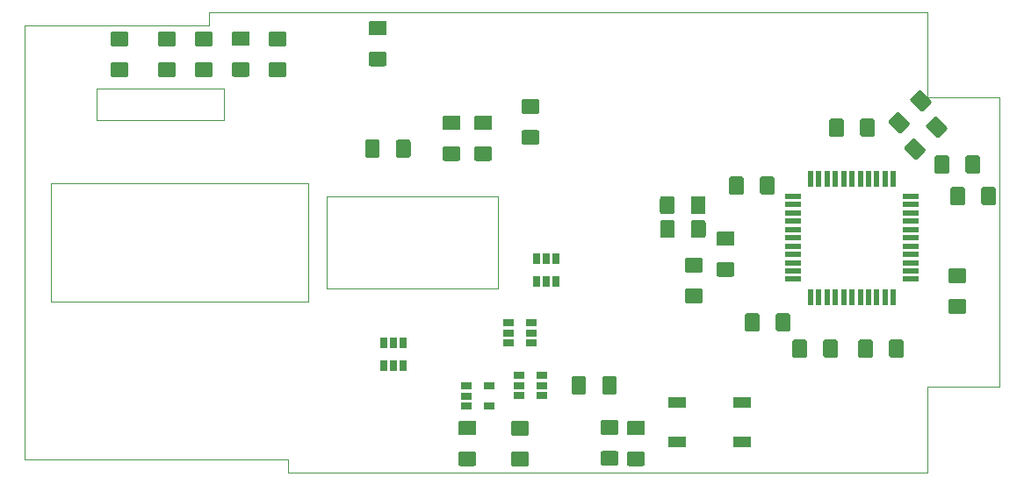
<source format=gbr>
G04 #@! TF.GenerationSoftware,KiCad,Pcbnew,6.0.0-unknown-f08d040~86~ubuntu18.04.1*
G04 #@! TF.CreationDate,2019-05-16T22:23:00+01:00*
G04 #@! TF.ProjectId,mouse8,6d6f7573-6538-42e6-9b69-6361645f7063,rev?*
G04 #@! TF.SameCoordinates,Original*
G04 #@! TF.FileFunction,Paste,Top*
G04 #@! TF.FilePolarity,Positive*
%FSLAX46Y46*%
G04 Gerber Fmt 4.6, Leading zero omitted, Abs format (unit mm)*
G04 Created by KiCad (PCBNEW 6.0.0-unknown-f08d040~86~ubuntu18.04.1) date 2019-05-16 22:23:00*
%MOMM*%
%LPD*%
G04 APERTURE LIST*
%ADD10C,0.050000*%
%ADD11C,0.100000*%
%ADD12C,1.425000*%
%ADD13R,0.550000X1.500000*%
%ADD14R,1.500000X0.550000*%
%ADD15R,1.700000X1.000000*%
%ADD16R,1.060000X0.650000*%
%ADD17R,0.650000X1.060000*%
G04 APERTURE END LIST*
D10*
X159308800Y-70916800D02*
X159308800Y-73914000D01*
X171653200Y-70916800D02*
X159308800Y-70916800D01*
X171653200Y-73914000D02*
X171653200Y-70916800D01*
X159308800Y-73914000D02*
X171653200Y-73914000D01*
X154940000Y-80010000D02*
X179705000Y-80010000D01*
X181483000Y-90170000D02*
X181483000Y-81280000D01*
X197993000Y-90170000D02*
X181483000Y-90170000D01*
X197993000Y-81280000D02*
X197993000Y-90170000D01*
X181483000Y-81280000D02*
X197993000Y-81280000D01*
X177800000Y-106680000D02*
X177800000Y-107950000D01*
X152400000Y-106680000D02*
X177800000Y-106680000D01*
X170180000Y-64770000D02*
X152400000Y-64770000D01*
X170180000Y-63500000D02*
X170180000Y-64770000D01*
X154940000Y-91440000D02*
X154940000Y-90805000D01*
X179705000Y-91440000D02*
X179705000Y-90805000D01*
X179705000Y-80010000D02*
X179705000Y-90805000D01*
X239395000Y-71755000D02*
X246380000Y-71755000D01*
X239395000Y-63500000D02*
X239395000Y-71755000D01*
X239395000Y-99695000D02*
X239395000Y-107950000D01*
X246380000Y-99695000D02*
X239395000Y-99695000D01*
X154940000Y-90805000D02*
X154940000Y-80010000D01*
X179705000Y-91440000D02*
X154940000Y-91440000D01*
X152400000Y-106680000D02*
X152400000Y-64770000D01*
X239395000Y-107950000D02*
X177800000Y-107950000D01*
X246380000Y-71755000D02*
X246380000Y-99695000D01*
X170180000Y-63500000D02*
X239395000Y-63500000D01*
D11*
G36*
X214853004Y-83589204D02*
G01*
X214877273Y-83592804D01*
X214901071Y-83598765D01*
X214924171Y-83607030D01*
X214946349Y-83617520D01*
X214967393Y-83630133D01*
X214987098Y-83644747D01*
X215005277Y-83661223D01*
X215021753Y-83679402D01*
X215036367Y-83699107D01*
X215048980Y-83720151D01*
X215059470Y-83742329D01*
X215067735Y-83765429D01*
X215073696Y-83789227D01*
X215077296Y-83813496D01*
X215078500Y-83838000D01*
X215078500Y-85088000D01*
X215077296Y-85112504D01*
X215073696Y-85136773D01*
X215067735Y-85160571D01*
X215059470Y-85183671D01*
X215048980Y-85205849D01*
X215036367Y-85226893D01*
X215021753Y-85246598D01*
X215005277Y-85264777D01*
X214987098Y-85281253D01*
X214967393Y-85295867D01*
X214946349Y-85308480D01*
X214924171Y-85318970D01*
X214901071Y-85327235D01*
X214877273Y-85333196D01*
X214853004Y-85336796D01*
X214828500Y-85338000D01*
X213903500Y-85338000D01*
X213878996Y-85336796D01*
X213854727Y-85333196D01*
X213830929Y-85327235D01*
X213807829Y-85318970D01*
X213785651Y-85308480D01*
X213764607Y-85295867D01*
X213744902Y-85281253D01*
X213726723Y-85264777D01*
X213710247Y-85246598D01*
X213695633Y-85226893D01*
X213683020Y-85205849D01*
X213672530Y-85183671D01*
X213664265Y-85160571D01*
X213658304Y-85136773D01*
X213654704Y-85112504D01*
X213653500Y-85088000D01*
X213653500Y-83838000D01*
X213654704Y-83813496D01*
X213658304Y-83789227D01*
X213664265Y-83765429D01*
X213672530Y-83742329D01*
X213683020Y-83720151D01*
X213695633Y-83699107D01*
X213710247Y-83679402D01*
X213726723Y-83661223D01*
X213744902Y-83644747D01*
X213764607Y-83630133D01*
X213785651Y-83617520D01*
X213807829Y-83607030D01*
X213830929Y-83598765D01*
X213854727Y-83592804D01*
X213878996Y-83589204D01*
X213903500Y-83588000D01*
X214828500Y-83588000D01*
X214853004Y-83589204D01*
X214853004Y-83589204D01*
G37*
D12*
X214366000Y-84463000D03*
D11*
G36*
X217828004Y-83589204D02*
G01*
X217852273Y-83592804D01*
X217876071Y-83598765D01*
X217899171Y-83607030D01*
X217921349Y-83617520D01*
X217942393Y-83630133D01*
X217962098Y-83644747D01*
X217980277Y-83661223D01*
X217996753Y-83679402D01*
X218011367Y-83699107D01*
X218023980Y-83720151D01*
X218034470Y-83742329D01*
X218042735Y-83765429D01*
X218048696Y-83789227D01*
X218052296Y-83813496D01*
X218053500Y-83838000D01*
X218053500Y-85088000D01*
X218052296Y-85112504D01*
X218048696Y-85136773D01*
X218042735Y-85160571D01*
X218034470Y-85183671D01*
X218023980Y-85205849D01*
X218011367Y-85226893D01*
X217996753Y-85246598D01*
X217980277Y-85264777D01*
X217962098Y-85281253D01*
X217942393Y-85295867D01*
X217921349Y-85308480D01*
X217899171Y-85318970D01*
X217876071Y-85327235D01*
X217852273Y-85333196D01*
X217828004Y-85336796D01*
X217803500Y-85338000D01*
X216878500Y-85338000D01*
X216853996Y-85336796D01*
X216829727Y-85333196D01*
X216805929Y-85327235D01*
X216782829Y-85318970D01*
X216760651Y-85308480D01*
X216739607Y-85295867D01*
X216719902Y-85281253D01*
X216701723Y-85264777D01*
X216685247Y-85246598D01*
X216670633Y-85226893D01*
X216658020Y-85205849D01*
X216647530Y-85183671D01*
X216639265Y-85160571D01*
X216633304Y-85136773D01*
X216629704Y-85112504D01*
X216628500Y-85088000D01*
X216628500Y-83838000D01*
X216629704Y-83813496D01*
X216633304Y-83789227D01*
X216639265Y-83765429D01*
X216647530Y-83742329D01*
X216658020Y-83720151D01*
X216670633Y-83699107D01*
X216685247Y-83679402D01*
X216701723Y-83661223D01*
X216719902Y-83644747D01*
X216739607Y-83630133D01*
X216760651Y-83617520D01*
X216782829Y-83607030D01*
X216805929Y-83598765D01*
X216829727Y-83592804D01*
X216853996Y-83589204D01*
X216878500Y-83588000D01*
X217803500Y-83588000D01*
X217828004Y-83589204D01*
X217828004Y-83589204D01*
G37*
D12*
X217341000Y-84463000D03*
D13*
X228156000Y-79613000D03*
X228956000Y-79613000D03*
X229756000Y-79613000D03*
X230556000Y-79613000D03*
X231356000Y-79613000D03*
X232156000Y-79613000D03*
X232956000Y-79613000D03*
X233756000Y-79613000D03*
X234556000Y-79613000D03*
X235356000Y-79613000D03*
X236156000Y-79613000D03*
D14*
X237856000Y-81313000D03*
X237856000Y-82113000D03*
X237856000Y-82913000D03*
X237856000Y-83713000D03*
X237856000Y-84513000D03*
X237856000Y-85313000D03*
X237856000Y-86113000D03*
X237856000Y-86913000D03*
X237856000Y-87713000D03*
X237856000Y-88513000D03*
X237856000Y-89313000D03*
D13*
X236156000Y-91013000D03*
X235356000Y-91013000D03*
X234556000Y-91013000D03*
X233756000Y-91013000D03*
X232956000Y-91013000D03*
X232156000Y-91013000D03*
X231356000Y-91013000D03*
X230556000Y-91013000D03*
X229756000Y-91013000D03*
X228956000Y-91013000D03*
X228156000Y-91013000D03*
D14*
X226456000Y-89313000D03*
X226456000Y-88513000D03*
X226456000Y-87713000D03*
X226456000Y-86913000D03*
X226456000Y-86113000D03*
X226456000Y-85313000D03*
X226456000Y-84513000D03*
X226456000Y-83713000D03*
X226456000Y-82913000D03*
X226456000Y-82113000D03*
X226456000Y-81313000D03*
D11*
G36*
X209437504Y-102920704D02*
G01*
X209461773Y-102924304D01*
X209485571Y-102930265D01*
X209508671Y-102938530D01*
X209530849Y-102949020D01*
X209551893Y-102961633D01*
X209571598Y-102976247D01*
X209589777Y-102992723D01*
X209606253Y-103010902D01*
X209620867Y-103030607D01*
X209633480Y-103051651D01*
X209643970Y-103073829D01*
X209652235Y-103096929D01*
X209658196Y-103120727D01*
X209661796Y-103144996D01*
X209663000Y-103169500D01*
X209663000Y-104094500D01*
X209661796Y-104119004D01*
X209658196Y-104143273D01*
X209652235Y-104167071D01*
X209643970Y-104190171D01*
X209633480Y-104212349D01*
X209620867Y-104233393D01*
X209606253Y-104253098D01*
X209589777Y-104271277D01*
X209571598Y-104287753D01*
X209551893Y-104302367D01*
X209530849Y-104314980D01*
X209508671Y-104325470D01*
X209485571Y-104333735D01*
X209461773Y-104339696D01*
X209437504Y-104343296D01*
X209413000Y-104344500D01*
X208163000Y-104344500D01*
X208138496Y-104343296D01*
X208114227Y-104339696D01*
X208090429Y-104333735D01*
X208067329Y-104325470D01*
X208045151Y-104314980D01*
X208024107Y-104302367D01*
X208004402Y-104287753D01*
X207986223Y-104271277D01*
X207969747Y-104253098D01*
X207955133Y-104233393D01*
X207942520Y-104212349D01*
X207932030Y-104190171D01*
X207923765Y-104167071D01*
X207917804Y-104143273D01*
X207914204Y-104119004D01*
X207913000Y-104094500D01*
X207913000Y-103169500D01*
X207914204Y-103144996D01*
X207917804Y-103120727D01*
X207923765Y-103096929D01*
X207932030Y-103073829D01*
X207942520Y-103051651D01*
X207955133Y-103030607D01*
X207969747Y-103010902D01*
X207986223Y-102992723D01*
X208004402Y-102976247D01*
X208024107Y-102961633D01*
X208045151Y-102949020D01*
X208067329Y-102938530D01*
X208090429Y-102930265D01*
X208114227Y-102924304D01*
X208138496Y-102920704D01*
X208163000Y-102919500D01*
X209413000Y-102919500D01*
X209437504Y-102920704D01*
X209437504Y-102920704D01*
G37*
D12*
X208788000Y-103632000D03*
D11*
G36*
X209437504Y-105895704D02*
G01*
X209461773Y-105899304D01*
X209485571Y-105905265D01*
X209508671Y-105913530D01*
X209530849Y-105924020D01*
X209551893Y-105936633D01*
X209571598Y-105951247D01*
X209589777Y-105967723D01*
X209606253Y-105985902D01*
X209620867Y-106005607D01*
X209633480Y-106026651D01*
X209643970Y-106048829D01*
X209652235Y-106071929D01*
X209658196Y-106095727D01*
X209661796Y-106119996D01*
X209663000Y-106144500D01*
X209663000Y-107069500D01*
X209661796Y-107094004D01*
X209658196Y-107118273D01*
X209652235Y-107142071D01*
X209643970Y-107165171D01*
X209633480Y-107187349D01*
X209620867Y-107208393D01*
X209606253Y-107228098D01*
X209589777Y-107246277D01*
X209571598Y-107262753D01*
X209551893Y-107277367D01*
X209530849Y-107289980D01*
X209508671Y-107300470D01*
X209485571Y-107308735D01*
X209461773Y-107314696D01*
X209437504Y-107318296D01*
X209413000Y-107319500D01*
X208163000Y-107319500D01*
X208138496Y-107318296D01*
X208114227Y-107314696D01*
X208090429Y-107308735D01*
X208067329Y-107300470D01*
X208045151Y-107289980D01*
X208024107Y-107277367D01*
X208004402Y-107262753D01*
X207986223Y-107246277D01*
X207969747Y-107228098D01*
X207955133Y-107208393D01*
X207942520Y-107187349D01*
X207932030Y-107165171D01*
X207923765Y-107142071D01*
X207917804Y-107118273D01*
X207914204Y-107094004D01*
X207913000Y-107069500D01*
X207913000Y-106144500D01*
X207914204Y-106119996D01*
X207917804Y-106095727D01*
X207923765Y-106071929D01*
X207932030Y-106048829D01*
X207942520Y-106026651D01*
X207955133Y-106005607D01*
X207969747Y-105985902D01*
X207986223Y-105967723D01*
X208004402Y-105951247D01*
X208024107Y-105936633D01*
X208045151Y-105924020D01*
X208067329Y-105913530D01*
X208090429Y-105905265D01*
X208114227Y-105899304D01*
X208138496Y-105895704D01*
X208163000Y-105894500D01*
X209413000Y-105894500D01*
X209437504Y-105895704D01*
X209437504Y-105895704D01*
G37*
D12*
X208788000Y-106607000D03*
D11*
G36*
X201817504Y-71932704D02*
G01*
X201841773Y-71936304D01*
X201865571Y-71942265D01*
X201888671Y-71950530D01*
X201910849Y-71961020D01*
X201931893Y-71973633D01*
X201951598Y-71988247D01*
X201969777Y-72004723D01*
X201986253Y-72022902D01*
X202000867Y-72042607D01*
X202013480Y-72063651D01*
X202023970Y-72085829D01*
X202032235Y-72108929D01*
X202038196Y-72132727D01*
X202041796Y-72156996D01*
X202043000Y-72181500D01*
X202043000Y-73106500D01*
X202041796Y-73131004D01*
X202038196Y-73155273D01*
X202032235Y-73179071D01*
X202023970Y-73202171D01*
X202013480Y-73224349D01*
X202000867Y-73245393D01*
X201986253Y-73265098D01*
X201969777Y-73283277D01*
X201951598Y-73299753D01*
X201931893Y-73314367D01*
X201910849Y-73326980D01*
X201888671Y-73337470D01*
X201865571Y-73345735D01*
X201841773Y-73351696D01*
X201817504Y-73355296D01*
X201793000Y-73356500D01*
X200543000Y-73356500D01*
X200518496Y-73355296D01*
X200494227Y-73351696D01*
X200470429Y-73345735D01*
X200447329Y-73337470D01*
X200425151Y-73326980D01*
X200404107Y-73314367D01*
X200384402Y-73299753D01*
X200366223Y-73283277D01*
X200349747Y-73265098D01*
X200335133Y-73245393D01*
X200322520Y-73224349D01*
X200312030Y-73202171D01*
X200303765Y-73179071D01*
X200297804Y-73155273D01*
X200294204Y-73131004D01*
X200293000Y-73106500D01*
X200293000Y-72181500D01*
X200294204Y-72156996D01*
X200297804Y-72132727D01*
X200303765Y-72108929D01*
X200312030Y-72085829D01*
X200322520Y-72063651D01*
X200335133Y-72042607D01*
X200349747Y-72022902D01*
X200366223Y-72004723D01*
X200384402Y-71988247D01*
X200404107Y-71973633D01*
X200425151Y-71961020D01*
X200447329Y-71950530D01*
X200470429Y-71942265D01*
X200494227Y-71936304D01*
X200518496Y-71932704D01*
X200543000Y-71931500D01*
X201793000Y-71931500D01*
X201817504Y-71932704D01*
X201817504Y-71932704D01*
G37*
D12*
X201168000Y-72644000D03*
D11*
G36*
X201817504Y-74907704D02*
G01*
X201841773Y-74911304D01*
X201865571Y-74917265D01*
X201888671Y-74925530D01*
X201910849Y-74936020D01*
X201931893Y-74948633D01*
X201951598Y-74963247D01*
X201969777Y-74979723D01*
X201986253Y-74997902D01*
X202000867Y-75017607D01*
X202013480Y-75038651D01*
X202023970Y-75060829D01*
X202032235Y-75083929D01*
X202038196Y-75107727D01*
X202041796Y-75131996D01*
X202043000Y-75156500D01*
X202043000Y-76081500D01*
X202041796Y-76106004D01*
X202038196Y-76130273D01*
X202032235Y-76154071D01*
X202023970Y-76177171D01*
X202013480Y-76199349D01*
X202000867Y-76220393D01*
X201986253Y-76240098D01*
X201969777Y-76258277D01*
X201951598Y-76274753D01*
X201931893Y-76289367D01*
X201910849Y-76301980D01*
X201888671Y-76312470D01*
X201865571Y-76320735D01*
X201841773Y-76326696D01*
X201817504Y-76330296D01*
X201793000Y-76331500D01*
X200543000Y-76331500D01*
X200518496Y-76330296D01*
X200494227Y-76326696D01*
X200470429Y-76320735D01*
X200447329Y-76312470D01*
X200425151Y-76301980D01*
X200404107Y-76289367D01*
X200384402Y-76274753D01*
X200366223Y-76258277D01*
X200349747Y-76240098D01*
X200335133Y-76220393D01*
X200322520Y-76199349D01*
X200312030Y-76177171D01*
X200303765Y-76154071D01*
X200297804Y-76130273D01*
X200294204Y-76106004D01*
X200293000Y-76081500D01*
X200293000Y-75156500D01*
X200294204Y-75131996D01*
X200297804Y-75107727D01*
X200303765Y-75083929D01*
X200312030Y-75060829D01*
X200322520Y-75038651D01*
X200335133Y-75017607D01*
X200349747Y-74997902D01*
X200366223Y-74979723D01*
X200384402Y-74963247D01*
X200404107Y-74948633D01*
X200425151Y-74936020D01*
X200447329Y-74925530D01*
X200470429Y-74917265D01*
X200494227Y-74911304D01*
X200518496Y-74907704D01*
X200543000Y-74906500D01*
X201793000Y-74906500D01*
X201817504Y-74907704D01*
X201817504Y-74907704D01*
G37*
D12*
X201168000Y-75619000D03*
D11*
G36*
X166765504Y-68376704D02*
G01*
X166789773Y-68380304D01*
X166813571Y-68386265D01*
X166836671Y-68394530D01*
X166858849Y-68405020D01*
X166879893Y-68417633D01*
X166899598Y-68432247D01*
X166917777Y-68448723D01*
X166934253Y-68466902D01*
X166948867Y-68486607D01*
X166961480Y-68507651D01*
X166971970Y-68529829D01*
X166980235Y-68552929D01*
X166986196Y-68576727D01*
X166989796Y-68600996D01*
X166991000Y-68625500D01*
X166991000Y-69550500D01*
X166989796Y-69575004D01*
X166986196Y-69599273D01*
X166980235Y-69623071D01*
X166971970Y-69646171D01*
X166961480Y-69668349D01*
X166948867Y-69689393D01*
X166934253Y-69709098D01*
X166917777Y-69727277D01*
X166899598Y-69743753D01*
X166879893Y-69758367D01*
X166858849Y-69770980D01*
X166836671Y-69781470D01*
X166813571Y-69789735D01*
X166789773Y-69795696D01*
X166765504Y-69799296D01*
X166741000Y-69800500D01*
X165491000Y-69800500D01*
X165466496Y-69799296D01*
X165442227Y-69795696D01*
X165418429Y-69789735D01*
X165395329Y-69781470D01*
X165373151Y-69770980D01*
X165352107Y-69758367D01*
X165332402Y-69743753D01*
X165314223Y-69727277D01*
X165297747Y-69709098D01*
X165283133Y-69689393D01*
X165270520Y-69668349D01*
X165260030Y-69646171D01*
X165251765Y-69623071D01*
X165245804Y-69599273D01*
X165242204Y-69575004D01*
X165241000Y-69550500D01*
X165241000Y-68625500D01*
X165242204Y-68600996D01*
X165245804Y-68576727D01*
X165251765Y-68552929D01*
X165260030Y-68529829D01*
X165270520Y-68507651D01*
X165283133Y-68486607D01*
X165297747Y-68466902D01*
X165314223Y-68448723D01*
X165332402Y-68432247D01*
X165352107Y-68417633D01*
X165373151Y-68405020D01*
X165395329Y-68394530D01*
X165418429Y-68386265D01*
X165442227Y-68380304D01*
X165466496Y-68376704D01*
X165491000Y-68375500D01*
X166741000Y-68375500D01*
X166765504Y-68376704D01*
X166765504Y-68376704D01*
G37*
D12*
X166116000Y-69088000D03*
D11*
G36*
X166765504Y-65401704D02*
G01*
X166789773Y-65405304D01*
X166813571Y-65411265D01*
X166836671Y-65419530D01*
X166858849Y-65430020D01*
X166879893Y-65442633D01*
X166899598Y-65457247D01*
X166917777Y-65473723D01*
X166934253Y-65491902D01*
X166948867Y-65511607D01*
X166961480Y-65532651D01*
X166971970Y-65554829D01*
X166980235Y-65577929D01*
X166986196Y-65601727D01*
X166989796Y-65625996D01*
X166991000Y-65650500D01*
X166991000Y-66575500D01*
X166989796Y-66600004D01*
X166986196Y-66624273D01*
X166980235Y-66648071D01*
X166971970Y-66671171D01*
X166961480Y-66693349D01*
X166948867Y-66714393D01*
X166934253Y-66734098D01*
X166917777Y-66752277D01*
X166899598Y-66768753D01*
X166879893Y-66783367D01*
X166858849Y-66795980D01*
X166836671Y-66806470D01*
X166813571Y-66814735D01*
X166789773Y-66820696D01*
X166765504Y-66824296D01*
X166741000Y-66825500D01*
X165491000Y-66825500D01*
X165466496Y-66824296D01*
X165442227Y-66820696D01*
X165418429Y-66814735D01*
X165395329Y-66806470D01*
X165373151Y-66795980D01*
X165352107Y-66783367D01*
X165332402Y-66768753D01*
X165314223Y-66752277D01*
X165297747Y-66734098D01*
X165283133Y-66714393D01*
X165270520Y-66693349D01*
X165260030Y-66671171D01*
X165251765Y-66648071D01*
X165245804Y-66624273D01*
X165242204Y-66600004D01*
X165241000Y-66575500D01*
X165241000Y-65650500D01*
X165242204Y-65625996D01*
X165245804Y-65601727D01*
X165251765Y-65577929D01*
X165260030Y-65554829D01*
X165270520Y-65532651D01*
X165283133Y-65511607D01*
X165297747Y-65491902D01*
X165314223Y-65473723D01*
X165332402Y-65457247D01*
X165352107Y-65442633D01*
X165373151Y-65430020D01*
X165395329Y-65419530D01*
X165418429Y-65411265D01*
X165442227Y-65405304D01*
X165466496Y-65401704D01*
X165491000Y-65400500D01*
X166741000Y-65400500D01*
X166765504Y-65401704D01*
X166765504Y-65401704D01*
G37*
D12*
X166116000Y-66113000D03*
D11*
G36*
X173877504Y-68340204D02*
G01*
X173901773Y-68343804D01*
X173925571Y-68349765D01*
X173948671Y-68358030D01*
X173970849Y-68368520D01*
X173991893Y-68381133D01*
X174011598Y-68395747D01*
X174029777Y-68412223D01*
X174046253Y-68430402D01*
X174060867Y-68450107D01*
X174073480Y-68471151D01*
X174083970Y-68493329D01*
X174092235Y-68516429D01*
X174098196Y-68540227D01*
X174101796Y-68564496D01*
X174103000Y-68589000D01*
X174103000Y-69514000D01*
X174101796Y-69538504D01*
X174098196Y-69562773D01*
X174092235Y-69586571D01*
X174083970Y-69609671D01*
X174073480Y-69631849D01*
X174060867Y-69652893D01*
X174046253Y-69672598D01*
X174029777Y-69690777D01*
X174011598Y-69707253D01*
X173991893Y-69721867D01*
X173970849Y-69734480D01*
X173948671Y-69744970D01*
X173925571Y-69753235D01*
X173901773Y-69759196D01*
X173877504Y-69762796D01*
X173853000Y-69764000D01*
X172603000Y-69764000D01*
X172578496Y-69762796D01*
X172554227Y-69759196D01*
X172530429Y-69753235D01*
X172507329Y-69744970D01*
X172485151Y-69734480D01*
X172464107Y-69721867D01*
X172444402Y-69707253D01*
X172426223Y-69690777D01*
X172409747Y-69672598D01*
X172395133Y-69652893D01*
X172382520Y-69631849D01*
X172372030Y-69609671D01*
X172363765Y-69586571D01*
X172357804Y-69562773D01*
X172354204Y-69538504D01*
X172353000Y-69514000D01*
X172353000Y-68589000D01*
X172354204Y-68564496D01*
X172357804Y-68540227D01*
X172363765Y-68516429D01*
X172372030Y-68493329D01*
X172382520Y-68471151D01*
X172395133Y-68450107D01*
X172409747Y-68430402D01*
X172426223Y-68412223D01*
X172444402Y-68395747D01*
X172464107Y-68381133D01*
X172485151Y-68368520D01*
X172507329Y-68358030D01*
X172530429Y-68349765D01*
X172554227Y-68343804D01*
X172578496Y-68340204D01*
X172603000Y-68339000D01*
X173853000Y-68339000D01*
X173877504Y-68340204D01*
X173877504Y-68340204D01*
G37*
D12*
X173228000Y-69051500D03*
D11*
G36*
X173877504Y-65365204D02*
G01*
X173901773Y-65368804D01*
X173925571Y-65374765D01*
X173948671Y-65383030D01*
X173970849Y-65393520D01*
X173991893Y-65406133D01*
X174011598Y-65420747D01*
X174029777Y-65437223D01*
X174046253Y-65455402D01*
X174060867Y-65475107D01*
X174073480Y-65496151D01*
X174083970Y-65518329D01*
X174092235Y-65541429D01*
X174098196Y-65565227D01*
X174101796Y-65589496D01*
X174103000Y-65614000D01*
X174103000Y-66539000D01*
X174101796Y-66563504D01*
X174098196Y-66587773D01*
X174092235Y-66611571D01*
X174083970Y-66634671D01*
X174073480Y-66656849D01*
X174060867Y-66677893D01*
X174046253Y-66697598D01*
X174029777Y-66715777D01*
X174011598Y-66732253D01*
X173991893Y-66746867D01*
X173970849Y-66759480D01*
X173948671Y-66769970D01*
X173925571Y-66778235D01*
X173901773Y-66784196D01*
X173877504Y-66787796D01*
X173853000Y-66789000D01*
X172603000Y-66789000D01*
X172578496Y-66787796D01*
X172554227Y-66784196D01*
X172530429Y-66778235D01*
X172507329Y-66769970D01*
X172485151Y-66759480D01*
X172464107Y-66746867D01*
X172444402Y-66732253D01*
X172426223Y-66715777D01*
X172409747Y-66697598D01*
X172395133Y-66677893D01*
X172382520Y-66656849D01*
X172372030Y-66634671D01*
X172363765Y-66611571D01*
X172357804Y-66587773D01*
X172354204Y-66563504D01*
X172353000Y-66539000D01*
X172353000Y-65614000D01*
X172354204Y-65589496D01*
X172357804Y-65565227D01*
X172363765Y-65541429D01*
X172372030Y-65518329D01*
X172382520Y-65496151D01*
X172395133Y-65475107D01*
X172409747Y-65455402D01*
X172426223Y-65437223D01*
X172444402Y-65420747D01*
X172464107Y-65406133D01*
X172485151Y-65393520D01*
X172507329Y-65383030D01*
X172530429Y-65374765D01*
X172554227Y-65368804D01*
X172578496Y-65365204D01*
X172603000Y-65364000D01*
X173853000Y-65364000D01*
X173877504Y-65365204D01*
X173877504Y-65365204D01*
G37*
D12*
X173228000Y-66076500D03*
D11*
G36*
X209275004Y-98694204D02*
G01*
X209299273Y-98697804D01*
X209323071Y-98703765D01*
X209346171Y-98712030D01*
X209368349Y-98722520D01*
X209389393Y-98735133D01*
X209409098Y-98749747D01*
X209427277Y-98766223D01*
X209443753Y-98784402D01*
X209458367Y-98804107D01*
X209470980Y-98825151D01*
X209481470Y-98847329D01*
X209489735Y-98870429D01*
X209495696Y-98894227D01*
X209499296Y-98918496D01*
X209500500Y-98943000D01*
X209500500Y-100193000D01*
X209499296Y-100217504D01*
X209495696Y-100241773D01*
X209489735Y-100265571D01*
X209481470Y-100288671D01*
X209470980Y-100310849D01*
X209458367Y-100331893D01*
X209443753Y-100351598D01*
X209427277Y-100369777D01*
X209409098Y-100386253D01*
X209389393Y-100400867D01*
X209368349Y-100413480D01*
X209346171Y-100423970D01*
X209323071Y-100432235D01*
X209299273Y-100438196D01*
X209275004Y-100441796D01*
X209250500Y-100443000D01*
X208325500Y-100443000D01*
X208300996Y-100441796D01*
X208276727Y-100438196D01*
X208252929Y-100432235D01*
X208229829Y-100423970D01*
X208207651Y-100413480D01*
X208186607Y-100400867D01*
X208166902Y-100386253D01*
X208148723Y-100369777D01*
X208132247Y-100351598D01*
X208117633Y-100331893D01*
X208105020Y-100310849D01*
X208094530Y-100288671D01*
X208086265Y-100265571D01*
X208080304Y-100241773D01*
X208076704Y-100217504D01*
X208075500Y-100193000D01*
X208075500Y-98943000D01*
X208076704Y-98918496D01*
X208080304Y-98894227D01*
X208086265Y-98870429D01*
X208094530Y-98847329D01*
X208105020Y-98825151D01*
X208117633Y-98804107D01*
X208132247Y-98784402D01*
X208148723Y-98766223D01*
X208166902Y-98749747D01*
X208186607Y-98735133D01*
X208207651Y-98722520D01*
X208229829Y-98712030D01*
X208252929Y-98703765D01*
X208276727Y-98697804D01*
X208300996Y-98694204D01*
X208325500Y-98693000D01*
X209250500Y-98693000D01*
X209275004Y-98694204D01*
X209275004Y-98694204D01*
G37*
D12*
X208788000Y-99568000D03*
D11*
G36*
X206300004Y-98694204D02*
G01*
X206324273Y-98697804D01*
X206348071Y-98703765D01*
X206371171Y-98712030D01*
X206393349Y-98722520D01*
X206414393Y-98735133D01*
X206434098Y-98749747D01*
X206452277Y-98766223D01*
X206468753Y-98784402D01*
X206483367Y-98804107D01*
X206495980Y-98825151D01*
X206506470Y-98847329D01*
X206514735Y-98870429D01*
X206520696Y-98894227D01*
X206524296Y-98918496D01*
X206525500Y-98943000D01*
X206525500Y-100193000D01*
X206524296Y-100217504D01*
X206520696Y-100241773D01*
X206514735Y-100265571D01*
X206506470Y-100288671D01*
X206495980Y-100310849D01*
X206483367Y-100331893D01*
X206468753Y-100351598D01*
X206452277Y-100369777D01*
X206434098Y-100386253D01*
X206414393Y-100400867D01*
X206393349Y-100413480D01*
X206371171Y-100423970D01*
X206348071Y-100432235D01*
X206324273Y-100438196D01*
X206300004Y-100441796D01*
X206275500Y-100443000D01*
X205350500Y-100443000D01*
X205325996Y-100441796D01*
X205301727Y-100438196D01*
X205277929Y-100432235D01*
X205254829Y-100423970D01*
X205232651Y-100413480D01*
X205211607Y-100400867D01*
X205191902Y-100386253D01*
X205173723Y-100369777D01*
X205157247Y-100351598D01*
X205142633Y-100331893D01*
X205130020Y-100310849D01*
X205119530Y-100288671D01*
X205111265Y-100265571D01*
X205105304Y-100241773D01*
X205101704Y-100217504D01*
X205100500Y-100193000D01*
X205100500Y-98943000D01*
X205101704Y-98918496D01*
X205105304Y-98894227D01*
X205111265Y-98870429D01*
X205119530Y-98847329D01*
X205130020Y-98825151D01*
X205142633Y-98804107D01*
X205157247Y-98784402D01*
X205173723Y-98766223D01*
X205191902Y-98749747D01*
X205211607Y-98735133D01*
X205232651Y-98722520D01*
X205254829Y-98712030D01*
X205277929Y-98703765D01*
X205301727Y-98697804D01*
X205325996Y-98694204D01*
X205350500Y-98693000D01*
X206275500Y-98693000D01*
X206300004Y-98694204D01*
X206300004Y-98694204D01*
G37*
D12*
X205813000Y-99568000D03*
D11*
G36*
X187085504Y-67324204D02*
G01*
X187109773Y-67327804D01*
X187133571Y-67333765D01*
X187156671Y-67342030D01*
X187178849Y-67352520D01*
X187199893Y-67365133D01*
X187219598Y-67379747D01*
X187237777Y-67396223D01*
X187254253Y-67414402D01*
X187268867Y-67434107D01*
X187281480Y-67455151D01*
X187291970Y-67477329D01*
X187300235Y-67500429D01*
X187306196Y-67524227D01*
X187309796Y-67548496D01*
X187311000Y-67573000D01*
X187311000Y-68498000D01*
X187309796Y-68522504D01*
X187306196Y-68546773D01*
X187300235Y-68570571D01*
X187291970Y-68593671D01*
X187281480Y-68615849D01*
X187268867Y-68636893D01*
X187254253Y-68656598D01*
X187237777Y-68674777D01*
X187219598Y-68691253D01*
X187199893Y-68705867D01*
X187178849Y-68718480D01*
X187156671Y-68728970D01*
X187133571Y-68737235D01*
X187109773Y-68743196D01*
X187085504Y-68746796D01*
X187061000Y-68748000D01*
X185811000Y-68748000D01*
X185786496Y-68746796D01*
X185762227Y-68743196D01*
X185738429Y-68737235D01*
X185715329Y-68728970D01*
X185693151Y-68718480D01*
X185672107Y-68705867D01*
X185652402Y-68691253D01*
X185634223Y-68674777D01*
X185617747Y-68656598D01*
X185603133Y-68636893D01*
X185590520Y-68615849D01*
X185580030Y-68593671D01*
X185571765Y-68570571D01*
X185565804Y-68546773D01*
X185562204Y-68522504D01*
X185561000Y-68498000D01*
X185561000Y-67573000D01*
X185562204Y-67548496D01*
X185565804Y-67524227D01*
X185571765Y-67500429D01*
X185580030Y-67477329D01*
X185590520Y-67455151D01*
X185603133Y-67434107D01*
X185617747Y-67414402D01*
X185634223Y-67396223D01*
X185652402Y-67379747D01*
X185672107Y-67365133D01*
X185693151Y-67352520D01*
X185715329Y-67342030D01*
X185738429Y-67333765D01*
X185762227Y-67327804D01*
X185786496Y-67324204D01*
X185811000Y-67323000D01*
X187061000Y-67323000D01*
X187085504Y-67324204D01*
X187085504Y-67324204D01*
G37*
D12*
X186436000Y-68035500D03*
D11*
G36*
X187085504Y-64349204D02*
G01*
X187109773Y-64352804D01*
X187133571Y-64358765D01*
X187156671Y-64367030D01*
X187178849Y-64377520D01*
X187199893Y-64390133D01*
X187219598Y-64404747D01*
X187237777Y-64421223D01*
X187254253Y-64439402D01*
X187268867Y-64459107D01*
X187281480Y-64480151D01*
X187291970Y-64502329D01*
X187300235Y-64525429D01*
X187306196Y-64549227D01*
X187309796Y-64573496D01*
X187311000Y-64598000D01*
X187311000Y-65523000D01*
X187309796Y-65547504D01*
X187306196Y-65571773D01*
X187300235Y-65595571D01*
X187291970Y-65618671D01*
X187281480Y-65640849D01*
X187268867Y-65661893D01*
X187254253Y-65681598D01*
X187237777Y-65699777D01*
X187219598Y-65716253D01*
X187199893Y-65730867D01*
X187178849Y-65743480D01*
X187156671Y-65753970D01*
X187133571Y-65762235D01*
X187109773Y-65768196D01*
X187085504Y-65771796D01*
X187061000Y-65773000D01*
X185811000Y-65773000D01*
X185786496Y-65771796D01*
X185762227Y-65768196D01*
X185738429Y-65762235D01*
X185715329Y-65753970D01*
X185693151Y-65743480D01*
X185672107Y-65730867D01*
X185652402Y-65716253D01*
X185634223Y-65699777D01*
X185617747Y-65681598D01*
X185603133Y-65661893D01*
X185590520Y-65640849D01*
X185580030Y-65618671D01*
X185571765Y-65595571D01*
X185565804Y-65571773D01*
X185562204Y-65547504D01*
X185561000Y-65523000D01*
X185561000Y-64598000D01*
X185562204Y-64573496D01*
X185565804Y-64549227D01*
X185571765Y-64525429D01*
X185580030Y-64502329D01*
X185590520Y-64480151D01*
X185603133Y-64459107D01*
X185617747Y-64439402D01*
X185634223Y-64421223D01*
X185652402Y-64404747D01*
X185672107Y-64390133D01*
X185693151Y-64377520D01*
X185715329Y-64367030D01*
X185738429Y-64358765D01*
X185762227Y-64352804D01*
X185786496Y-64349204D01*
X185811000Y-64348000D01*
X187061000Y-64348000D01*
X187085504Y-64349204D01*
X187085504Y-64349204D01*
G37*
D12*
X186436000Y-65060500D03*
D11*
G36*
X162193504Y-65401704D02*
G01*
X162217773Y-65405304D01*
X162241571Y-65411265D01*
X162264671Y-65419530D01*
X162286849Y-65430020D01*
X162307893Y-65442633D01*
X162327598Y-65457247D01*
X162345777Y-65473723D01*
X162362253Y-65491902D01*
X162376867Y-65511607D01*
X162389480Y-65532651D01*
X162399970Y-65554829D01*
X162408235Y-65577929D01*
X162414196Y-65601727D01*
X162417796Y-65625996D01*
X162419000Y-65650500D01*
X162419000Y-66575500D01*
X162417796Y-66600004D01*
X162414196Y-66624273D01*
X162408235Y-66648071D01*
X162399970Y-66671171D01*
X162389480Y-66693349D01*
X162376867Y-66714393D01*
X162362253Y-66734098D01*
X162345777Y-66752277D01*
X162327598Y-66768753D01*
X162307893Y-66783367D01*
X162286849Y-66795980D01*
X162264671Y-66806470D01*
X162241571Y-66814735D01*
X162217773Y-66820696D01*
X162193504Y-66824296D01*
X162169000Y-66825500D01*
X160919000Y-66825500D01*
X160894496Y-66824296D01*
X160870227Y-66820696D01*
X160846429Y-66814735D01*
X160823329Y-66806470D01*
X160801151Y-66795980D01*
X160780107Y-66783367D01*
X160760402Y-66768753D01*
X160742223Y-66752277D01*
X160725747Y-66734098D01*
X160711133Y-66714393D01*
X160698520Y-66693349D01*
X160688030Y-66671171D01*
X160679765Y-66648071D01*
X160673804Y-66624273D01*
X160670204Y-66600004D01*
X160669000Y-66575500D01*
X160669000Y-65650500D01*
X160670204Y-65625996D01*
X160673804Y-65601727D01*
X160679765Y-65577929D01*
X160688030Y-65554829D01*
X160698520Y-65532651D01*
X160711133Y-65511607D01*
X160725747Y-65491902D01*
X160742223Y-65473723D01*
X160760402Y-65457247D01*
X160780107Y-65442633D01*
X160801151Y-65430020D01*
X160823329Y-65419530D01*
X160846429Y-65411265D01*
X160870227Y-65405304D01*
X160894496Y-65401704D01*
X160919000Y-65400500D01*
X162169000Y-65400500D01*
X162193504Y-65401704D01*
X162193504Y-65401704D01*
G37*
D12*
X161544000Y-66113000D03*
D11*
G36*
X162193504Y-68376704D02*
G01*
X162217773Y-68380304D01*
X162241571Y-68386265D01*
X162264671Y-68394530D01*
X162286849Y-68405020D01*
X162307893Y-68417633D01*
X162327598Y-68432247D01*
X162345777Y-68448723D01*
X162362253Y-68466902D01*
X162376867Y-68486607D01*
X162389480Y-68507651D01*
X162399970Y-68529829D01*
X162408235Y-68552929D01*
X162414196Y-68576727D01*
X162417796Y-68600996D01*
X162419000Y-68625500D01*
X162419000Y-69550500D01*
X162417796Y-69575004D01*
X162414196Y-69599273D01*
X162408235Y-69623071D01*
X162399970Y-69646171D01*
X162389480Y-69668349D01*
X162376867Y-69689393D01*
X162362253Y-69709098D01*
X162345777Y-69727277D01*
X162327598Y-69743753D01*
X162307893Y-69758367D01*
X162286849Y-69770980D01*
X162264671Y-69781470D01*
X162241571Y-69789735D01*
X162217773Y-69795696D01*
X162193504Y-69799296D01*
X162169000Y-69800500D01*
X160919000Y-69800500D01*
X160894496Y-69799296D01*
X160870227Y-69795696D01*
X160846429Y-69789735D01*
X160823329Y-69781470D01*
X160801151Y-69770980D01*
X160780107Y-69758367D01*
X160760402Y-69743753D01*
X160742223Y-69727277D01*
X160725747Y-69709098D01*
X160711133Y-69689393D01*
X160698520Y-69668349D01*
X160688030Y-69646171D01*
X160679765Y-69623071D01*
X160673804Y-69599273D01*
X160670204Y-69575004D01*
X160669000Y-69550500D01*
X160669000Y-68625500D01*
X160670204Y-68600996D01*
X160673804Y-68576727D01*
X160679765Y-68552929D01*
X160688030Y-68529829D01*
X160698520Y-68507651D01*
X160711133Y-68486607D01*
X160725747Y-68466902D01*
X160742223Y-68448723D01*
X160760402Y-68432247D01*
X160780107Y-68417633D01*
X160801151Y-68405020D01*
X160823329Y-68394530D01*
X160846429Y-68386265D01*
X160870227Y-68380304D01*
X160894496Y-68376704D01*
X160919000Y-68375500D01*
X162169000Y-68375500D01*
X162193504Y-68376704D01*
X162193504Y-68376704D01*
G37*
D12*
X161544000Y-69088000D03*
D11*
G36*
X170321504Y-65401704D02*
G01*
X170345773Y-65405304D01*
X170369571Y-65411265D01*
X170392671Y-65419530D01*
X170414849Y-65430020D01*
X170435893Y-65442633D01*
X170455598Y-65457247D01*
X170473777Y-65473723D01*
X170490253Y-65491902D01*
X170504867Y-65511607D01*
X170517480Y-65532651D01*
X170527970Y-65554829D01*
X170536235Y-65577929D01*
X170542196Y-65601727D01*
X170545796Y-65625996D01*
X170547000Y-65650500D01*
X170547000Y-66575500D01*
X170545796Y-66600004D01*
X170542196Y-66624273D01*
X170536235Y-66648071D01*
X170527970Y-66671171D01*
X170517480Y-66693349D01*
X170504867Y-66714393D01*
X170490253Y-66734098D01*
X170473777Y-66752277D01*
X170455598Y-66768753D01*
X170435893Y-66783367D01*
X170414849Y-66795980D01*
X170392671Y-66806470D01*
X170369571Y-66814735D01*
X170345773Y-66820696D01*
X170321504Y-66824296D01*
X170297000Y-66825500D01*
X169047000Y-66825500D01*
X169022496Y-66824296D01*
X168998227Y-66820696D01*
X168974429Y-66814735D01*
X168951329Y-66806470D01*
X168929151Y-66795980D01*
X168908107Y-66783367D01*
X168888402Y-66768753D01*
X168870223Y-66752277D01*
X168853747Y-66734098D01*
X168839133Y-66714393D01*
X168826520Y-66693349D01*
X168816030Y-66671171D01*
X168807765Y-66648071D01*
X168801804Y-66624273D01*
X168798204Y-66600004D01*
X168797000Y-66575500D01*
X168797000Y-65650500D01*
X168798204Y-65625996D01*
X168801804Y-65601727D01*
X168807765Y-65577929D01*
X168816030Y-65554829D01*
X168826520Y-65532651D01*
X168839133Y-65511607D01*
X168853747Y-65491902D01*
X168870223Y-65473723D01*
X168888402Y-65457247D01*
X168908107Y-65442633D01*
X168929151Y-65430020D01*
X168951329Y-65419530D01*
X168974429Y-65411265D01*
X168998227Y-65405304D01*
X169022496Y-65401704D01*
X169047000Y-65400500D01*
X170297000Y-65400500D01*
X170321504Y-65401704D01*
X170321504Y-65401704D01*
G37*
D12*
X169672000Y-66113000D03*
D11*
G36*
X170321504Y-68376704D02*
G01*
X170345773Y-68380304D01*
X170369571Y-68386265D01*
X170392671Y-68394530D01*
X170414849Y-68405020D01*
X170435893Y-68417633D01*
X170455598Y-68432247D01*
X170473777Y-68448723D01*
X170490253Y-68466902D01*
X170504867Y-68486607D01*
X170517480Y-68507651D01*
X170527970Y-68529829D01*
X170536235Y-68552929D01*
X170542196Y-68576727D01*
X170545796Y-68600996D01*
X170547000Y-68625500D01*
X170547000Y-69550500D01*
X170545796Y-69575004D01*
X170542196Y-69599273D01*
X170536235Y-69623071D01*
X170527970Y-69646171D01*
X170517480Y-69668349D01*
X170504867Y-69689393D01*
X170490253Y-69709098D01*
X170473777Y-69727277D01*
X170455598Y-69743753D01*
X170435893Y-69758367D01*
X170414849Y-69770980D01*
X170392671Y-69781470D01*
X170369571Y-69789735D01*
X170345773Y-69795696D01*
X170321504Y-69799296D01*
X170297000Y-69800500D01*
X169047000Y-69800500D01*
X169022496Y-69799296D01*
X168998227Y-69795696D01*
X168974429Y-69789735D01*
X168951329Y-69781470D01*
X168929151Y-69770980D01*
X168908107Y-69758367D01*
X168888402Y-69743753D01*
X168870223Y-69727277D01*
X168853747Y-69709098D01*
X168839133Y-69689393D01*
X168826520Y-69668349D01*
X168816030Y-69646171D01*
X168807765Y-69623071D01*
X168801804Y-69599273D01*
X168798204Y-69575004D01*
X168797000Y-69550500D01*
X168797000Y-68625500D01*
X168798204Y-68600996D01*
X168801804Y-68576727D01*
X168807765Y-68552929D01*
X168816030Y-68529829D01*
X168826520Y-68507651D01*
X168839133Y-68486607D01*
X168853747Y-68466902D01*
X168870223Y-68448723D01*
X168888402Y-68432247D01*
X168908107Y-68417633D01*
X168929151Y-68405020D01*
X168951329Y-68394530D01*
X168974429Y-68386265D01*
X168998227Y-68380304D01*
X169022496Y-68376704D01*
X169047000Y-68375500D01*
X170297000Y-68375500D01*
X170321504Y-68376704D01*
X170321504Y-68376704D01*
G37*
D12*
X169672000Y-69088000D03*
D11*
G36*
X211977504Y-102957204D02*
G01*
X212001773Y-102960804D01*
X212025571Y-102966765D01*
X212048671Y-102975030D01*
X212070849Y-102985520D01*
X212091893Y-102998133D01*
X212111598Y-103012747D01*
X212129777Y-103029223D01*
X212146253Y-103047402D01*
X212160867Y-103067107D01*
X212173480Y-103088151D01*
X212183970Y-103110329D01*
X212192235Y-103133429D01*
X212198196Y-103157227D01*
X212201796Y-103181496D01*
X212203000Y-103206000D01*
X212203000Y-104131000D01*
X212201796Y-104155504D01*
X212198196Y-104179773D01*
X212192235Y-104203571D01*
X212183970Y-104226671D01*
X212173480Y-104248849D01*
X212160867Y-104269893D01*
X212146253Y-104289598D01*
X212129777Y-104307777D01*
X212111598Y-104324253D01*
X212091893Y-104338867D01*
X212070849Y-104351480D01*
X212048671Y-104361970D01*
X212025571Y-104370235D01*
X212001773Y-104376196D01*
X211977504Y-104379796D01*
X211953000Y-104381000D01*
X210703000Y-104381000D01*
X210678496Y-104379796D01*
X210654227Y-104376196D01*
X210630429Y-104370235D01*
X210607329Y-104361970D01*
X210585151Y-104351480D01*
X210564107Y-104338867D01*
X210544402Y-104324253D01*
X210526223Y-104307777D01*
X210509747Y-104289598D01*
X210495133Y-104269893D01*
X210482520Y-104248849D01*
X210472030Y-104226671D01*
X210463765Y-104203571D01*
X210457804Y-104179773D01*
X210454204Y-104155504D01*
X210453000Y-104131000D01*
X210453000Y-103206000D01*
X210454204Y-103181496D01*
X210457804Y-103157227D01*
X210463765Y-103133429D01*
X210472030Y-103110329D01*
X210482520Y-103088151D01*
X210495133Y-103067107D01*
X210509747Y-103047402D01*
X210526223Y-103029223D01*
X210544402Y-103012747D01*
X210564107Y-102998133D01*
X210585151Y-102985520D01*
X210607329Y-102975030D01*
X210630429Y-102966765D01*
X210654227Y-102960804D01*
X210678496Y-102957204D01*
X210703000Y-102956000D01*
X211953000Y-102956000D01*
X211977504Y-102957204D01*
X211977504Y-102957204D01*
G37*
D12*
X211328000Y-103668500D03*
D11*
G36*
X211977504Y-105932204D02*
G01*
X212001773Y-105935804D01*
X212025571Y-105941765D01*
X212048671Y-105950030D01*
X212070849Y-105960520D01*
X212091893Y-105973133D01*
X212111598Y-105987747D01*
X212129777Y-106004223D01*
X212146253Y-106022402D01*
X212160867Y-106042107D01*
X212173480Y-106063151D01*
X212183970Y-106085329D01*
X212192235Y-106108429D01*
X212198196Y-106132227D01*
X212201796Y-106156496D01*
X212203000Y-106181000D01*
X212203000Y-107106000D01*
X212201796Y-107130504D01*
X212198196Y-107154773D01*
X212192235Y-107178571D01*
X212183970Y-107201671D01*
X212173480Y-107223849D01*
X212160867Y-107244893D01*
X212146253Y-107264598D01*
X212129777Y-107282777D01*
X212111598Y-107299253D01*
X212091893Y-107313867D01*
X212070849Y-107326480D01*
X212048671Y-107336970D01*
X212025571Y-107345235D01*
X212001773Y-107351196D01*
X211977504Y-107354796D01*
X211953000Y-107356000D01*
X210703000Y-107356000D01*
X210678496Y-107354796D01*
X210654227Y-107351196D01*
X210630429Y-107345235D01*
X210607329Y-107336970D01*
X210585151Y-107326480D01*
X210564107Y-107313867D01*
X210544402Y-107299253D01*
X210526223Y-107282777D01*
X210509747Y-107264598D01*
X210495133Y-107244893D01*
X210482520Y-107223849D01*
X210472030Y-107201671D01*
X210463765Y-107178571D01*
X210457804Y-107154773D01*
X210454204Y-107130504D01*
X210453000Y-107106000D01*
X210453000Y-106181000D01*
X210454204Y-106156496D01*
X210457804Y-106132227D01*
X210463765Y-106108429D01*
X210472030Y-106085329D01*
X210482520Y-106063151D01*
X210495133Y-106042107D01*
X210509747Y-106022402D01*
X210526223Y-106004223D01*
X210544402Y-105987747D01*
X210564107Y-105973133D01*
X210585151Y-105960520D01*
X210607329Y-105950030D01*
X210630429Y-105941765D01*
X210654227Y-105935804D01*
X210678496Y-105932204D01*
X210703000Y-105931000D01*
X211953000Y-105931000D01*
X211977504Y-105932204D01*
X211977504Y-105932204D01*
G37*
D12*
X211328000Y-106643500D03*
D11*
G36*
X177433504Y-65401704D02*
G01*
X177457773Y-65405304D01*
X177481571Y-65411265D01*
X177504671Y-65419530D01*
X177526849Y-65430020D01*
X177547893Y-65442633D01*
X177567598Y-65457247D01*
X177585777Y-65473723D01*
X177602253Y-65491902D01*
X177616867Y-65511607D01*
X177629480Y-65532651D01*
X177639970Y-65554829D01*
X177648235Y-65577929D01*
X177654196Y-65601727D01*
X177657796Y-65625996D01*
X177659000Y-65650500D01*
X177659000Y-66575500D01*
X177657796Y-66600004D01*
X177654196Y-66624273D01*
X177648235Y-66648071D01*
X177639970Y-66671171D01*
X177629480Y-66693349D01*
X177616867Y-66714393D01*
X177602253Y-66734098D01*
X177585777Y-66752277D01*
X177567598Y-66768753D01*
X177547893Y-66783367D01*
X177526849Y-66795980D01*
X177504671Y-66806470D01*
X177481571Y-66814735D01*
X177457773Y-66820696D01*
X177433504Y-66824296D01*
X177409000Y-66825500D01*
X176159000Y-66825500D01*
X176134496Y-66824296D01*
X176110227Y-66820696D01*
X176086429Y-66814735D01*
X176063329Y-66806470D01*
X176041151Y-66795980D01*
X176020107Y-66783367D01*
X176000402Y-66768753D01*
X175982223Y-66752277D01*
X175965747Y-66734098D01*
X175951133Y-66714393D01*
X175938520Y-66693349D01*
X175928030Y-66671171D01*
X175919765Y-66648071D01*
X175913804Y-66624273D01*
X175910204Y-66600004D01*
X175909000Y-66575500D01*
X175909000Y-65650500D01*
X175910204Y-65625996D01*
X175913804Y-65601727D01*
X175919765Y-65577929D01*
X175928030Y-65554829D01*
X175938520Y-65532651D01*
X175951133Y-65511607D01*
X175965747Y-65491902D01*
X175982223Y-65473723D01*
X176000402Y-65457247D01*
X176020107Y-65442633D01*
X176041151Y-65430020D01*
X176063329Y-65419530D01*
X176086429Y-65411265D01*
X176110227Y-65405304D01*
X176134496Y-65401704D01*
X176159000Y-65400500D01*
X177409000Y-65400500D01*
X177433504Y-65401704D01*
X177433504Y-65401704D01*
G37*
D12*
X176784000Y-66113000D03*
D11*
G36*
X177433504Y-68376704D02*
G01*
X177457773Y-68380304D01*
X177481571Y-68386265D01*
X177504671Y-68394530D01*
X177526849Y-68405020D01*
X177547893Y-68417633D01*
X177567598Y-68432247D01*
X177585777Y-68448723D01*
X177602253Y-68466902D01*
X177616867Y-68486607D01*
X177629480Y-68507651D01*
X177639970Y-68529829D01*
X177648235Y-68552929D01*
X177654196Y-68576727D01*
X177657796Y-68600996D01*
X177659000Y-68625500D01*
X177659000Y-69550500D01*
X177657796Y-69575004D01*
X177654196Y-69599273D01*
X177648235Y-69623071D01*
X177639970Y-69646171D01*
X177629480Y-69668349D01*
X177616867Y-69689393D01*
X177602253Y-69709098D01*
X177585777Y-69727277D01*
X177567598Y-69743753D01*
X177547893Y-69758367D01*
X177526849Y-69770980D01*
X177504671Y-69781470D01*
X177481571Y-69789735D01*
X177457773Y-69795696D01*
X177433504Y-69799296D01*
X177409000Y-69800500D01*
X176159000Y-69800500D01*
X176134496Y-69799296D01*
X176110227Y-69795696D01*
X176086429Y-69789735D01*
X176063329Y-69781470D01*
X176041151Y-69770980D01*
X176020107Y-69758367D01*
X176000402Y-69743753D01*
X175982223Y-69727277D01*
X175965747Y-69709098D01*
X175951133Y-69689393D01*
X175938520Y-69668349D01*
X175928030Y-69646171D01*
X175919765Y-69623071D01*
X175913804Y-69599273D01*
X175910204Y-69575004D01*
X175909000Y-69550500D01*
X175909000Y-68625500D01*
X175910204Y-68600996D01*
X175913804Y-68576727D01*
X175919765Y-68552929D01*
X175928030Y-68529829D01*
X175938520Y-68507651D01*
X175951133Y-68486607D01*
X175965747Y-68466902D01*
X175982223Y-68448723D01*
X176000402Y-68432247D01*
X176020107Y-68417633D01*
X176041151Y-68405020D01*
X176063329Y-68394530D01*
X176086429Y-68386265D01*
X176110227Y-68380304D01*
X176134496Y-68376704D01*
X176159000Y-68375500D01*
X177409000Y-68375500D01*
X177433504Y-68376704D01*
X177433504Y-68376704D01*
G37*
D12*
X176784000Y-69088000D03*
D15*
X215290000Y-101224000D03*
X221590000Y-101224000D03*
X215290000Y-105024000D03*
X221590000Y-105024000D03*
D11*
G36*
X220613504Y-84669204D02*
G01*
X220637773Y-84672804D01*
X220661571Y-84678765D01*
X220684671Y-84687030D01*
X220706849Y-84697520D01*
X220727893Y-84710133D01*
X220747598Y-84724747D01*
X220765777Y-84741223D01*
X220782253Y-84759402D01*
X220796867Y-84779107D01*
X220809480Y-84800151D01*
X220819970Y-84822329D01*
X220828235Y-84845429D01*
X220834196Y-84869227D01*
X220837796Y-84893496D01*
X220839000Y-84918000D01*
X220839000Y-85843000D01*
X220837796Y-85867504D01*
X220834196Y-85891773D01*
X220828235Y-85915571D01*
X220819970Y-85938671D01*
X220809480Y-85960849D01*
X220796867Y-85981893D01*
X220782253Y-86001598D01*
X220765777Y-86019777D01*
X220747598Y-86036253D01*
X220727893Y-86050867D01*
X220706849Y-86063480D01*
X220684671Y-86073970D01*
X220661571Y-86082235D01*
X220637773Y-86088196D01*
X220613504Y-86091796D01*
X220589000Y-86093000D01*
X219339000Y-86093000D01*
X219314496Y-86091796D01*
X219290227Y-86088196D01*
X219266429Y-86082235D01*
X219243329Y-86073970D01*
X219221151Y-86063480D01*
X219200107Y-86050867D01*
X219180402Y-86036253D01*
X219162223Y-86019777D01*
X219145747Y-86001598D01*
X219131133Y-85981893D01*
X219118520Y-85960849D01*
X219108030Y-85938671D01*
X219099765Y-85915571D01*
X219093804Y-85891773D01*
X219090204Y-85867504D01*
X219089000Y-85843000D01*
X219089000Y-84918000D01*
X219090204Y-84893496D01*
X219093804Y-84869227D01*
X219099765Y-84845429D01*
X219108030Y-84822329D01*
X219118520Y-84800151D01*
X219131133Y-84779107D01*
X219145747Y-84759402D01*
X219162223Y-84741223D01*
X219180402Y-84724747D01*
X219200107Y-84710133D01*
X219221151Y-84697520D01*
X219243329Y-84687030D01*
X219266429Y-84678765D01*
X219290227Y-84672804D01*
X219314496Y-84669204D01*
X219339000Y-84668000D01*
X220589000Y-84668000D01*
X220613504Y-84669204D01*
X220613504Y-84669204D01*
G37*
D12*
X219964000Y-85380500D03*
D11*
G36*
X220613504Y-87644204D02*
G01*
X220637773Y-87647804D01*
X220661571Y-87653765D01*
X220684671Y-87662030D01*
X220706849Y-87672520D01*
X220727893Y-87685133D01*
X220747598Y-87699747D01*
X220765777Y-87716223D01*
X220782253Y-87734402D01*
X220796867Y-87754107D01*
X220809480Y-87775151D01*
X220819970Y-87797329D01*
X220828235Y-87820429D01*
X220834196Y-87844227D01*
X220837796Y-87868496D01*
X220839000Y-87893000D01*
X220839000Y-88818000D01*
X220837796Y-88842504D01*
X220834196Y-88866773D01*
X220828235Y-88890571D01*
X220819970Y-88913671D01*
X220809480Y-88935849D01*
X220796867Y-88956893D01*
X220782253Y-88976598D01*
X220765777Y-88994777D01*
X220747598Y-89011253D01*
X220727893Y-89025867D01*
X220706849Y-89038480D01*
X220684671Y-89048970D01*
X220661571Y-89057235D01*
X220637773Y-89063196D01*
X220613504Y-89066796D01*
X220589000Y-89068000D01*
X219339000Y-89068000D01*
X219314496Y-89066796D01*
X219290227Y-89063196D01*
X219266429Y-89057235D01*
X219243329Y-89048970D01*
X219221151Y-89038480D01*
X219200107Y-89025867D01*
X219180402Y-89011253D01*
X219162223Y-88994777D01*
X219145747Y-88976598D01*
X219131133Y-88956893D01*
X219118520Y-88935849D01*
X219108030Y-88913671D01*
X219099765Y-88890571D01*
X219093804Y-88866773D01*
X219090204Y-88842504D01*
X219089000Y-88818000D01*
X219089000Y-87893000D01*
X219090204Y-87868496D01*
X219093804Y-87844227D01*
X219099765Y-87820429D01*
X219108030Y-87797329D01*
X219118520Y-87775151D01*
X219131133Y-87754107D01*
X219145747Y-87734402D01*
X219162223Y-87716223D01*
X219180402Y-87699747D01*
X219200107Y-87685133D01*
X219221151Y-87672520D01*
X219243329Y-87662030D01*
X219266429Y-87653765D01*
X219290227Y-87647804D01*
X219314496Y-87644204D01*
X219339000Y-87643000D01*
X220589000Y-87643000D01*
X220613504Y-87644204D01*
X220613504Y-87644204D01*
G37*
D12*
X219964000Y-88355500D03*
D11*
G36*
X221503504Y-79390204D02*
G01*
X221527773Y-79393804D01*
X221551571Y-79399765D01*
X221574671Y-79408030D01*
X221596849Y-79418520D01*
X221617893Y-79431133D01*
X221637598Y-79445747D01*
X221655777Y-79462223D01*
X221672253Y-79480402D01*
X221686867Y-79500107D01*
X221699480Y-79521151D01*
X221709970Y-79543329D01*
X221718235Y-79566429D01*
X221724196Y-79590227D01*
X221727796Y-79614496D01*
X221729000Y-79639000D01*
X221729000Y-80889000D01*
X221727796Y-80913504D01*
X221724196Y-80937773D01*
X221718235Y-80961571D01*
X221709970Y-80984671D01*
X221699480Y-81006849D01*
X221686867Y-81027893D01*
X221672253Y-81047598D01*
X221655777Y-81065777D01*
X221637598Y-81082253D01*
X221617893Y-81096867D01*
X221596849Y-81109480D01*
X221574671Y-81119970D01*
X221551571Y-81128235D01*
X221527773Y-81134196D01*
X221503504Y-81137796D01*
X221479000Y-81139000D01*
X220554000Y-81139000D01*
X220529496Y-81137796D01*
X220505227Y-81134196D01*
X220481429Y-81128235D01*
X220458329Y-81119970D01*
X220436151Y-81109480D01*
X220415107Y-81096867D01*
X220395402Y-81082253D01*
X220377223Y-81065777D01*
X220360747Y-81047598D01*
X220346133Y-81027893D01*
X220333520Y-81006849D01*
X220323030Y-80984671D01*
X220314765Y-80961571D01*
X220308804Y-80937773D01*
X220305204Y-80913504D01*
X220304000Y-80889000D01*
X220304000Y-79639000D01*
X220305204Y-79614496D01*
X220308804Y-79590227D01*
X220314765Y-79566429D01*
X220323030Y-79543329D01*
X220333520Y-79521151D01*
X220346133Y-79500107D01*
X220360747Y-79480402D01*
X220377223Y-79462223D01*
X220395402Y-79445747D01*
X220415107Y-79431133D01*
X220436151Y-79418520D01*
X220458329Y-79408030D01*
X220481429Y-79399765D01*
X220505227Y-79393804D01*
X220529496Y-79390204D01*
X220554000Y-79389000D01*
X221479000Y-79389000D01*
X221503504Y-79390204D01*
X221503504Y-79390204D01*
G37*
D12*
X221016500Y-80264000D03*
D11*
G36*
X224478504Y-79390204D02*
G01*
X224502773Y-79393804D01*
X224526571Y-79399765D01*
X224549671Y-79408030D01*
X224571849Y-79418520D01*
X224592893Y-79431133D01*
X224612598Y-79445747D01*
X224630777Y-79462223D01*
X224647253Y-79480402D01*
X224661867Y-79500107D01*
X224674480Y-79521151D01*
X224684970Y-79543329D01*
X224693235Y-79566429D01*
X224699196Y-79590227D01*
X224702796Y-79614496D01*
X224704000Y-79639000D01*
X224704000Y-80889000D01*
X224702796Y-80913504D01*
X224699196Y-80937773D01*
X224693235Y-80961571D01*
X224684970Y-80984671D01*
X224674480Y-81006849D01*
X224661867Y-81027893D01*
X224647253Y-81047598D01*
X224630777Y-81065777D01*
X224612598Y-81082253D01*
X224592893Y-81096867D01*
X224571849Y-81109480D01*
X224549671Y-81119970D01*
X224526571Y-81128235D01*
X224502773Y-81134196D01*
X224478504Y-81137796D01*
X224454000Y-81139000D01*
X223529000Y-81139000D01*
X223504496Y-81137796D01*
X223480227Y-81134196D01*
X223456429Y-81128235D01*
X223433329Y-81119970D01*
X223411151Y-81109480D01*
X223390107Y-81096867D01*
X223370402Y-81082253D01*
X223352223Y-81065777D01*
X223335747Y-81047598D01*
X223321133Y-81027893D01*
X223308520Y-81006849D01*
X223298030Y-80984671D01*
X223289765Y-80961571D01*
X223283804Y-80937773D01*
X223280204Y-80913504D01*
X223279000Y-80889000D01*
X223279000Y-79639000D01*
X223280204Y-79614496D01*
X223283804Y-79590227D01*
X223289765Y-79566429D01*
X223298030Y-79543329D01*
X223308520Y-79521151D01*
X223321133Y-79500107D01*
X223335747Y-79480402D01*
X223352223Y-79462223D01*
X223370402Y-79445747D01*
X223390107Y-79431133D01*
X223411151Y-79418520D01*
X223433329Y-79408030D01*
X223456429Y-79399765D01*
X223480227Y-79393804D01*
X223504496Y-79390204D01*
X223529000Y-79389000D01*
X224454000Y-79389000D01*
X224478504Y-79390204D01*
X224478504Y-79390204D01*
G37*
D12*
X223991500Y-80264000D03*
D11*
G36*
X223027504Y-92598204D02*
G01*
X223051773Y-92601804D01*
X223075571Y-92607765D01*
X223098671Y-92616030D01*
X223120849Y-92626520D01*
X223141893Y-92639133D01*
X223161598Y-92653747D01*
X223179777Y-92670223D01*
X223196253Y-92688402D01*
X223210867Y-92708107D01*
X223223480Y-92729151D01*
X223233970Y-92751329D01*
X223242235Y-92774429D01*
X223248196Y-92798227D01*
X223251796Y-92822496D01*
X223253000Y-92847000D01*
X223253000Y-94097000D01*
X223251796Y-94121504D01*
X223248196Y-94145773D01*
X223242235Y-94169571D01*
X223233970Y-94192671D01*
X223223480Y-94214849D01*
X223210867Y-94235893D01*
X223196253Y-94255598D01*
X223179777Y-94273777D01*
X223161598Y-94290253D01*
X223141893Y-94304867D01*
X223120849Y-94317480D01*
X223098671Y-94327970D01*
X223075571Y-94336235D01*
X223051773Y-94342196D01*
X223027504Y-94345796D01*
X223003000Y-94347000D01*
X222078000Y-94347000D01*
X222053496Y-94345796D01*
X222029227Y-94342196D01*
X222005429Y-94336235D01*
X221982329Y-94327970D01*
X221960151Y-94317480D01*
X221939107Y-94304867D01*
X221919402Y-94290253D01*
X221901223Y-94273777D01*
X221884747Y-94255598D01*
X221870133Y-94235893D01*
X221857520Y-94214849D01*
X221847030Y-94192671D01*
X221838765Y-94169571D01*
X221832804Y-94145773D01*
X221829204Y-94121504D01*
X221828000Y-94097000D01*
X221828000Y-92847000D01*
X221829204Y-92822496D01*
X221832804Y-92798227D01*
X221838765Y-92774429D01*
X221847030Y-92751329D01*
X221857520Y-92729151D01*
X221870133Y-92708107D01*
X221884747Y-92688402D01*
X221901223Y-92670223D01*
X221919402Y-92653747D01*
X221939107Y-92639133D01*
X221960151Y-92626520D01*
X221982329Y-92616030D01*
X222005429Y-92607765D01*
X222029227Y-92601804D01*
X222053496Y-92598204D01*
X222078000Y-92597000D01*
X223003000Y-92597000D01*
X223027504Y-92598204D01*
X223027504Y-92598204D01*
G37*
D12*
X222540500Y-93472000D03*
D11*
G36*
X226002504Y-92598204D02*
G01*
X226026773Y-92601804D01*
X226050571Y-92607765D01*
X226073671Y-92616030D01*
X226095849Y-92626520D01*
X226116893Y-92639133D01*
X226136598Y-92653747D01*
X226154777Y-92670223D01*
X226171253Y-92688402D01*
X226185867Y-92708107D01*
X226198480Y-92729151D01*
X226208970Y-92751329D01*
X226217235Y-92774429D01*
X226223196Y-92798227D01*
X226226796Y-92822496D01*
X226228000Y-92847000D01*
X226228000Y-94097000D01*
X226226796Y-94121504D01*
X226223196Y-94145773D01*
X226217235Y-94169571D01*
X226208970Y-94192671D01*
X226198480Y-94214849D01*
X226185867Y-94235893D01*
X226171253Y-94255598D01*
X226154777Y-94273777D01*
X226136598Y-94290253D01*
X226116893Y-94304867D01*
X226095849Y-94317480D01*
X226073671Y-94327970D01*
X226050571Y-94336235D01*
X226026773Y-94342196D01*
X226002504Y-94345796D01*
X225978000Y-94347000D01*
X225053000Y-94347000D01*
X225028496Y-94345796D01*
X225004227Y-94342196D01*
X224980429Y-94336235D01*
X224957329Y-94327970D01*
X224935151Y-94317480D01*
X224914107Y-94304867D01*
X224894402Y-94290253D01*
X224876223Y-94273777D01*
X224859747Y-94255598D01*
X224845133Y-94235893D01*
X224832520Y-94214849D01*
X224822030Y-94192671D01*
X224813765Y-94169571D01*
X224807804Y-94145773D01*
X224804204Y-94121504D01*
X224803000Y-94097000D01*
X224803000Y-92847000D01*
X224804204Y-92822496D01*
X224807804Y-92798227D01*
X224813765Y-92774429D01*
X224822030Y-92751329D01*
X224832520Y-92729151D01*
X224845133Y-92708107D01*
X224859747Y-92688402D01*
X224876223Y-92670223D01*
X224894402Y-92653747D01*
X224914107Y-92639133D01*
X224935151Y-92626520D01*
X224957329Y-92616030D01*
X224980429Y-92607765D01*
X225004227Y-92601804D01*
X225028496Y-92598204D01*
X225053000Y-92597000D01*
X225978000Y-92597000D01*
X226002504Y-92598204D01*
X226002504Y-92598204D01*
G37*
D12*
X225515500Y-93472000D03*
D11*
G36*
X194197504Y-73493204D02*
G01*
X194221773Y-73496804D01*
X194245571Y-73502765D01*
X194268671Y-73511030D01*
X194290849Y-73521520D01*
X194311893Y-73534133D01*
X194331598Y-73548747D01*
X194349777Y-73565223D01*
X194366253Y-73583402D01*
X194380867Y-73603107D01*
X194393480Y-73624151D01*
X194403970Y-73646329D01*
X194412235Y-73669429D01*
X194418196Y-73693227D01*
X194421796Y-73717496D01*
X194423000Y-73742000D01*
X194423000Y-74667000D01*
X194421796Y-74691504D01*
X194418196Y-74715773D01*
X194412235Y-74739571D01*
X194403970Y-74762671D01*
X194393480Y-74784849D01*
X194380867Y-74805893D01*
X194366253Y-74825598D01*
X194349777Y-74843777D01*
X194331598Y-74860253D01*
X194311893Y-74874867D01*
X194290849Y-74887480D01*
X194268671Y-74897970D01*
X194245571Y-74906235D01*
X194221773Y-74912196D01*
X194197504Y-74915796D01*
X194173000Y-74917000D01*
X192923000Y-74917000D01*
X192898496Y-74915796D01*
X192874227Y-74912196D01*
X192850429Y-74906235D01*
X192827329Y-74897970D01*
X192805151Y-74887480D01*
X192784107Y-74874867D01*
X192764402Y-74860253D01*
X192746223Y-74843777D01*
X192729747Y-74825598D01*
X192715133Y-74805893D01*
X192702520Y-74784849D01*
X192692030Y-74762671D01*
X192683765Y-74739571D01*
X192677804Y-74715773D01*
X192674204Y-74691504D01*
X192673000Y-74667000D01*
X192673000Y-73742000D01*
X192674204Y-73717496D01*
X192677804Y-73693227D01*
X192683765Y-73669429D01*
X192692030Y-73646329D01*
X192702520Y-73624151D01*
X192715133Y-73603107D01*
X192729747Y-73583402D01*
X192746223Y-73565223D01*
X192764402Y-73548747D01*
X192784107Y-73534133D01*
X192805151Y-73521520D01*
X192827329Y-73511030D01*
X192850429Y-73502765D01*
X192874227Y-73496804D01*
X192898496Y-73493204D01*
X192923000Y-73492000D01*
X194173000Y-73492000D01*
X194197504Y-73493204D01*
X194197504Y-73493204D01*
G37*
D12*
X193548000Y-74204500D03*
D11*
G36*
X194197504Y-76468204D02*
G01*
X194221773Y-76471804D01*
X194245571Y-76477765D01*
X194268671Y-76486030D01*
X194290849Y-76496520D01*
X194311893Y-76509133D01*
X194331598Y-76523747D01*
X194349777Y-76540223D01*
X194366253Y-76558402D01*
X194380867Y-76578107D01*
X194393480Y-76599151D01*
X194403970Y-76621329D01*
X194412235Y-76644429D01*
X194418196Y-76668227D01*
X194421796Y-76692496D01*
X194423000Y-76717000D01*
X194423000Y-77642000D01*
X194421796Y-77666504D01*
X194418196Y-77690773D01*
X194412235Y-77714571D01*
X194403970Y-77737671D01*
X194393480Y-77759849D01*
X194380867Y-77780893D01*
X194366253Y-77800598D01*
X194349777Y-77818777D01*
X194331598Y-77835253D01*
X194311893Y-77849867D01*
X194290849Y-77862480D01*
X194268671Y-77872970D01*
X194245571Y-77881235D01*
X194221773Y-77887196D01*
X194197504Y-77890796D01*
X194173000Y-77892000D01*
X192923000Y-77892000D01*
X192898496Y-77890796D01*
X192874227Y-77887196D01*
X192850429Y-77881235D01*
X192827329Y-77872970D01*
X192805151Y-77862480D01*
X192784107Y-77849867D01*
X192764402Y-77835253D01*
X192746223Y-77818777D01*
X192729747Y-77800598D01*
X192715133Y-77780893D01*
X192702520Y-77759849D01*
X192692030Y-77737671D01*
X192683765Y-77714571D01*
X192677804Y-77690773D01*
X192674204Y-77666504D01*
X192673000Y-77642000D01*
X192673000Y-76717000D01*
X192674204Y-76692496D01*
X192677804Y-76668227D01*
X192683765Y-76644429D01*
X192692030Y-76621329D01*
X192702520Y-76599151D01*
X192715133Y-76578107D01*
X192729747Y-76558402D01*
X192746223Y-76540223D01*
X192764402Y-76523747D01*
X192784107Y-76509133D01*
X192805151Y-76496520D01*
X192827329Y-76486030D01*
X192850429Y-76477765D01*
X192874227Y-76471804D01*
X192898496Y-76468204D01*
X192923000Y-76467000D01*
X194173000Y-76467000D01*
X194197504Y-76468204D01*
X194197504Y-76468204D01*
G37*
D12*
X193548000Y-77179500D03*
D11*
G36*
X197245504Y-73493204D02*
G01*
X197269773Y-73496804D01*
X197293571Y-73502765D01*
X197316671Y-73511030D01*
X197338849Y-73521520D01*
X197359893Y-73534133D01*
X197379598Y-73548747D01*
X197397777Y-73565223D01*
X197414253Y-73583402D01*
X197428867Y-73603107D01*
X197441480Y-73624151D01*
X197451970Y-73646329D01*
X197460235Y-73669429D01*
X197466196Y-73693227D01*
X197469796Y-73717496D01*
X197471000Y-73742000D01*
X197471000Y-74667000D01*
X197469796Y-74691504D01*
X197466196Y-74715773D01*
X197460235Y-74739571D01*
X197451970Y-74762671D01*
X197441480Y-74784849D01*
X197428867Y-74805893D01*
X197414253Y-74825598D01*
X197397777Y-74843777D01*
X197379598Y-74860253D01*
X197359893Y-74874867D01*
X197338849Y-74887480D01*
X197316671Y-74897970D01*
X197293571Y-74906235D01*
X197269773Y-74912196D01*
X197245504Y-74915796D01*
X197221000Y-74917000D01*
X195971000Y-74917000D01*
X195946496Y-74915796D01*
X195922227Y-74912196D01*
X195898429Y-74906235D01*
X195875329Y-74897970D01*
X195853151Y-74887480D01*
X195832107Y-74874867D01*
X195812402Y-74860253D01*
X195794223Y-74843777D01*
X195777747Y-74825598D01*
X195763133Y-74805893D01*
X195750520Y-74784849D01*
X195740030Y-74762671D01*
X195731765Y-74739571D01*
X195725804Y-74715773D01*
X195722204Y-74691504D01*
X195721000Y-74667000D01*
X195721000Y-73742000D01*
X195722204Y-73717496D01*
X195725804Y-73693227D01*
X195731765Y-73669429D01*
X195740030Y-73646329D01*
X195750520Y-73624151D01*
X195763133Y-73603107D01*
X195777747Y-73583402D01*
X195794223Y-73565223D01*
X195812402Y-73548747D01*
X195832107Y-73534133D01*
X195853151Y-73521520D01*
X195875329Y-73511030D01*
X195898429Y-73502765D01*
X195922227Y-73496804D01*
X195946496Y-73493204D01*
X195971000Y-73492000D01*
X197221000Y-73492000D01*
X197245504Y-73493204D01*
X197245504Y-73493204D01*
G37*
D12*
X196596000Y-74204500D03*
D11*
G36*
X197245504Y-76468204D02*
G01*
X197269773Y-76471804D01*
X197293571Y-76477765D01*
X197316671Y-76486030D01*
X197338849Y-76496520D01*
X197359893Y-76509133D01*
X197379598Y-76523747D01*
X197397777Y-76540223D01*
X197414253Y-76558402D01*
X197428867Y-76578107D01*
X197441480Y-76599151D01*
X197451970Y-76621329D01*
X197460235Y-76644429D01*
X197466196Y-76668227D01*
X197469796Y-76692496D01*
X197471000Y-76717000D01*
X197471000Y-77642000D01*
X197469796Y-77666504D01*
X197466196Y-77690773D01*
X197460235Y-77714571D01*
X197451970Y-77737671D01*
X197441480Y-77759849D01*
X197428867Y-77780893D01*
X197414253Y-77800598D01*
X197397777Y-77818777D01*
X197379598Y-77835253D01*
X197359893Y-77849867D01*
X197338849Y-77862480D01*
X197316671Y-77872970D01*
X197293571Y-77881235D01*
X197269773Y-77887196D01*
X197245504Y-77890796D01*
X197221000Y-77892000D01*
X195971000Y-77892000D01*
X195946496Y-77890796D01*
X195922227Y-77887196D01*
X195898429Y-77881235D01*
X195875329Y-77872970D01*
X195853151Y-77862480D01*
X195832107Y-77849867D01*
X195812402Y-77835253D01*
X195794223Y-77818777D01*
X195777747Y-77800598D01*
X195763133Y-77780893D01*
X195750520Y-77759849D01*
X195740030Y-77737671D01*
X195731765Y-77714571D01*
X195725804Y-77690773D01*
X195722204Y-77666504D01*
X195721000Y-77642000D01*
X195721000Y-76717000D01*
X195722204Y-76692496D01*
X195725804Y-76668227D01*
X195731765Y-76644429D01*
X195740030Y-76621329D01*
X195750520Y-76599151D01*
X195763133Y-76578107D01*
X195777747Y-76558402D01*
X195794223Y-76540223D01*
X195812402Y-76523747D01*
X195832107Y-76509133D01*
X195853151Y-76496520D01*
X195875329Y-76486030D01*
X195898429Y-76477765D01*
X195922227Y-76471804D01*
X195946496Y-76468204D01*
X195971000Y-76467000D01*
X197221000Y-76467000D01*
X197245504Y-76468204D01*
X197245504Y-76468204D01*
G37*
D12*
X196596000Y-77179500D03*
D11*
G36*
X242965504Y-91236704D02*
G01*
X242989773Y-91240304D01*
X243013571Y-91246265D01*
X243036671Y-91254530D01*
X243058849Y-91265020D01*
X243079893Y-91277633D01*
X243099598Y-91292247D01*
X243117777Y-91308723D01*
X243134253Y-91326902D01*
X243148867Y-91346607D01*
X243161480Y-91367651D01*
X243171970Y-91389829D01*
X243180235Y-91412929D01*
X243186196Y-91436727D01*
X243189796Y-91460996D01*
X243191000Y-91485500D01*
X243191000Y-92410500D01*
X243189796Y-92435004D01*
X243186196Y-92459273D01*
X243180235Y-92483071D01*
X243171970Y-92506171D01*
X243161480Y-92528349D01*
X243148867Y-92549393D01*
X243134253Y-92569098D01*
X243117777Y-92587277D01*
X243099598Y-92603753D01*
X243079893Y-92618367D01*
X243058849Y-92630980D01*
X243036671Y-92641470D01*
X243013571Y-92649735D01*
X242989773Y-92655696D01*
X242965504Y-92659296D01*
X242941000Y-92660500D01*
X241691000Y-92660500D01*
X241666496Y-92659296D01*
X241642227Y-92655696D01*
X241618429Y-92649735D01*
X241595329Y-92641470D01*
X241573151Y-92630980D01*
X241552107Y-92618367D01*
X241532402Y-92603753D01*
X241514223Y-92587277D01*
X241497747Y-92569098D01*
X241483133Y-92549393D01*
X241470520Y-92528349D01*
X241460030Y-92506171D01*
X241451765Y-92483071D01*
X241445804Y-92459273D01*
X241442204Y-92435004D01*
X241441000Y-92410500D01*
X241441000Y-91485500D01*
X241442204Y-91460996D01*
X241445804Y-91436727D01*
X241451765Y-91412929D01*
X241460030Y-91389829D01*
X241470520Y-91367651D01*
X241483133Y-91346607D01*
X241497747Y-91326902D01*
X241514223Y-91308723D01*
X241532402Y-91292247D01*
X241552107Y-91277633D01*
X241573151Y-91265020D01*
X241595329Y-91254530D01*
X241618429Y-91246265D01*
X241642227Y-91240304D01*
X241666496Y-91236704D01*
X241691000Y-91235500D01*
X242941000Y-91235500D01*
X242965504Y-91236704D01*
X242965504Y-91236704D01*
G37*
D12*
X242316000Y-91948000D03*
D11*
G36*
X242965504Y-88261704D02*
G01*
X242989773Y-88265304D01*
X243013571Y-88271265D01*
X243036671Y-88279530D01*
X243058849Y-88290020D01*
X243079893Y-88302633D01*
X243099598Y-88317247D01*
X243117777Y-88333723D01*
X243134253Y-88351902D01*
X243148867Y-88371607D01*
X243161480Y-88392651D01*
X243171970Y-88414829D01*
X243180235Y-88437929D01*
X243186196Y-88461727D01*
X243189796Y-88485996D01*
X243191000Y-88510500D01*
X243191000Y-89435500D01*
X243189796Y-89460004D01*
X243186196Y-89484273D01*
X243180235Y-89508071D01*
X243171970Y-89531171D01*
X243161480Y-89553349D01*
X243148867Y-89574393D01*
X243134253Y-89594098D01*
X243117777Y-89612277D01*
X243099598Y-89628753D01*
X243079893Y-89643367D01*
X243058849Y-89655980D01*
X243036671Y-89666470D01*
X243013571Y-89674735D01*
X242989773Y-89680696D01*
X242965504Y-89684296D01*
X242941000Y-89685500D01*
X241691000Y-89685500D01*
X241666496Y-89684296D01*
X241642227Y-89680696D01*
X241618429Y-89674735D01*
X241595329Y-89666470D01*
X241573151Y-89655980D01*
X241552107Y-89643367D01*
X241532402Y-89628753D01*
X241514223Y-89612277D01*
X241497747Y-89594098D01*
X241483133Y-89574393D01*
X241470520Y-89553349D01*
X241460030Y-89531171D01*
X241451765Y-89508071D01*
X241445804Y-89484273D01*
X241442204Y-89460004D01*
X241441000Y-89435500D01*
X241441000Y-88510500D01*
X241442204Y-88485996D01*
X241445804Y-88461727D01*
X241451765Y-88437929D01*
X241460030Y-88414829D01*
X241470520Y-88392651D01*
X241483133Y-88371607D01*
X241497747Y-88351902D01*
X241514223Y-88333723D01*
X241532402Y-88317247D01*
X241552107Y-88302633D01*
X241573151Y-88290020D01*
X241595329Y-88279530D01*
X241618429Y-88271265D01*
X241642227Y-88265304D01*
X241666496Y-88261704D01*
X241691000Y-88260500D01*
X242941000Y-88260500D01*
X242965504Y-88261704D01*
X242965504Y-88261704D01*
G37*
D12*
X242316000Y-88973000D03*
D11*
G36*
X236924504Y-95138204D02*
G01*
X236948773Y-95141804D01*
X236972571Y-95147765D01*
X236995671Y-95156030D01*
X237017849Y-95166520D01*
X237038893Y-95179133D01*
X237058598Y-95193747D01*
X237076777Y-95210223D01*
X237093253Y-95228402D01*
X237107867Y-95248107D01*
X237120480Y-95269151D01*
X237130970Y-95291329D01*
X237139235Y-95314429D01*
X237145196Y-95338227D01*
X237148796Y-95362496D01*
X237150000Y-95387000D01*
X237150000Y-96637000D01*
X237148796Y-96661504D01*
X237145196Y-96685773D01*
X237139235Y-96709571D01*
X237130970Y-96732671D01*
X237120480Y-96754849D01*
X237107867Y-96775893D01*
X237093253Y-96795598D01*
X237076777Y-96813777D01*
X237058598Y-96830253D01*
X237038893Y-96844867D01*
X237017849Y-96857480D01*
X236995671Y-96867970D01*
X236972571Y-96876235D01*
X236948773Y-96882196D01*
X236924504Y-96885796D01*
X236900000Y-96887000D01*
X235975000Y-96887000D01*
X235950496Y-96885796D01*
X235926227Y-96882196D01*
X235902429Y-96876235D01*
X235879329Y-96867970D01*
X235857151Y-96857480D01*
X235836107Y-96844867D01*
X235816402Y-96830253D01*
X235798223Y-96813777D01*
X235781747Y-96795598D01*
X235767133Y-96775893D01*
X235754520Y-96754849D01*
X235744030Y-96732671D01*
X235735765Y-96709571D01*
X235729804Y-96685773D01*
X235726204Y-96661504D01*
X235725000Y-96637000D01*
X235725000Y-95387000D01*
X235726204Y-95362496D01*
X235729804Y-95338227D01*
X235735765Y-95314429D01*
X235744030Y-95291329D01*
X235754520Y-95269151D01*
X235767133Y-95248107D01*
X235781747Y-95228402D01*
X235798223Y-95210223D01*
X235816402Y-95193747D01*
X235836107Y-95179133D01*
X235857151Y-95166520D01*
X235879329Y-95156030D01*
X235902429Y-95147765D01*
X235926227Y-95141804D01*
X235950496Y-95138204D01*
X235975000Y-95137000D01*
X236900000Y-95137000D01*
X236924504Y-95138204D01*
X236924504Y-95138204D01*
G37*
D12*
X236437500Y-96012000D03*
D11*
G36*
X233949504Y-95138204D02*
G01*
X233973773Y-95141804D01*
X233997571Y-95147765D01*
X234020671Y-95156030D01*
X234042849Y-95166520D01*
X234063893Y-95179133D01*
X234083598Y-95193747D01*
X234101777Y-95210223D01*
X234118253Y-95228402D01*
X234132867Y-95248107D01*
X234145480Y-95269151D01*
X234155970Y-95291329D01*
X234164235Y-95314429D01*
X234170196Y-95338227D01*
X234173796Y-95362496D01*
X234175000Y-95387000D01*
X234175000Y-96637000D01*
X234173796Y-96661504D01*
X234170196Y-96685773D01*
X234164235Y-96709571D01*
X234155970Y-96732671D01*
X234145480Y-96754849D01*
X234132867Y-96775893D01*
X234118253Y-96795598D01*
X234101777Y-96813777D01*
X234083598Y-96830253D01*
X234063893Y-96844867D01*
X234042849Y-96857480D01*
X234020671Y-96867970D01*
X233997571Y-96876235D01*
X233973773Y-96882196D01*
X233949504Y-96885796D01*
X233925000Y-96887000D01*
X233000000Y-96887000D01*
X232975496Y-96885796D01*
X232951227Y-96882196D01*
X232927429Y-96876235D01*
X232904329Y-96867970D01*
X232882151Y-96857480D01*
X232861107Y-96844867D01*
X232841402Y-96830253D01*
X232823223Y-96813777D01*
X232806747Y-96795598D01*
X232792133Y-96775893D01*
X232779520Y-96754849D01*
X232769030Y-96732671D01*
X232760765Y-96709571D01*
X232754804Y-96685773D01*
X232751204Y-96661504D01*
X232750000Y-96637000D01*
X232750000Y-95387000D01*
X232751204Y-95362496D01*
X232754804Y-95338227D01*
X232760765Y-95314429D01*
X232769030Y-95291329D01*
X232779520Y-95269151D01*
X232792133Y-95248107D01*
X232806747Y-95228402D01*
X232823223Y-95210223D01*
X232841402Y-95193747D01*
X232861107Y-95179133D01*
X232882151Y-95166520D01*
X232904329Y-95156030D01*
X232927429Y-95147765D01*
X232951227Y-95141804D01*
X232975496Y-95138204D01*
X233000000Y-95137000D01*
X233925000Y-95137000D01*
X233949504Y-95138204D01*
X233949504Y-95138204D01*
G37*
D12*
X233462500Y-96012000D03*
D11*
G36*
X200801504Y-105968704D02*
G01*
X200825773Y-105972304D01*
X200849571Y-105978265D01*
X200872671Y-105986530D01*
X200894849Y-105997020D01*
X200915893Y-106009633D01*
X200935598Y-106024247D01*
X200953777Y-106040723D01*
X200970253Y-106058902D01*
X200984867Y-106078607D01*
X200997480Y-106099651D01*
X201007970Y-106121829D01*
X201016235Y-106144929D01*
X201022196Y-106168727D01*
X201025796Y-106192996D01*
X201027000Y-106217500D01*
X201027000Y-107142500D01*
X201025796Y-107167004D01*
X201022196Y-107191273D01*
X201016235Y-107215071D01*
X201007970Y-107238171D01*
X200997480Y-107260349D01*
X200984867Y-107281393D01*
X200970253Y-107301098D01*
X200953777Y-107319277D01*
X200935598Y-107335753D01*
X200915893Y-107350367D01*
X200894849Y-107362980D01*
X200872671Y-107373470D01*
X200849571Y-107381735D01*
X200825773Y-107387696D01*
X200801504Y-107391296D01*
X200777000Y-107392500D01*
X199527000Y-107392500D01*
X199502496Y-107391296D01*
X199478227Y-107387696D01*
X199454429Y-107381735D01*
X199431329Y-107373470D01*
X199409151Y-107362980D01*
X199388107Y-107350367D01*
X199368402Y-107335753D01*
X199350223Y-107319277D01*
X199333747Y-107301098D01*
X199319133Y-107281393D01*
X199306520Y-107260349D01*
X199296030Y-107238171D01*
X199287765Y-107215071D01*
X199281804Y-107191273D01*
X199278204Y-107167004D01*
X199277000Y-107142500D01*
X199277000Y-106217500D01*
X199278204Y-106192996D01*
X199281804Y-106168727D01*
X199287765Y-106144929D01*
X199296030Y-106121829D01*
X199306520Y-106099651D01*
X199319133Y-106078607D01*
X199333747Y-106058902D01*
X199350223Y-106040723D01*
X199368402Y-106024247D01*
X199388107Y-106009633D01*
X199409151Y-105997020D01*
X199431329Y-105986530D01*
X199454429Y-105978265D01*
X199478227Y-105972304D01*
X199502496Y-105968704D01*
X199527000Y-105967500D01*
X200777000Y-105967500D01*
X200801504Y-105968704D01*
X200801504Y-105968704D01*
G37*
D12*
X200152000Y-106680000D03*
D11*
G36*
X200801504Y-102993704D02*
G01*
X200825773Y-102997304D01*
X200849571Y-103003265D01*
X200872671Y-103011530D01*
X200894849Y-103022020D01*
X200915893Y-103034633D01*
X200935598Y-103049247D01*
X200953777Y-103065723D01*
X200970253Y-103083902D01*
X200984867Y-103103607D01*
X200997480Y-103124651D01*
X201007970Y-103146829D01*
X201016235Y-103169929D01*
X201022196Y-103193727D01*
X201025796Y-103217996D01*
X201027000Y-103242500D01*
X201027000Y-104167500D01*
X201025796Y-104192004D01*
X201022196Y-104216273D01*
X201016235Y-104240071D01*
X201007970Y-104263171D01*
X200997480Y-104285349D01*
X200984867Y-104306393D01*
X200970253Y-104326098D01*
X200953777Y-104344277D01*
X200935598Y-104360753D01*
X200915893Y-104375367D01*
X200894849Y-104387980D01*
X200872671Y-104398470D01*
X200849571Y-104406735D01*
X200825773Y-104412696D01*
X200801504Y-104416296D01*
X200777000Y-104417500D01*
X199527000Y-104417500D01*
X199502496Y-104416296D01*
X199478227Y-104412696D01*
X199454429Y-104406735D01*
X199431329Y-104398470D01*
X199409151Y-104387980D01*
X199388107Y-104375367D01*
X199368402Y-104360753D01*
X199350223Y-104344277D01*
X199333747Y-104326098D01*
X199319133Y-104306393D01*
X199306520Y-104285349D01*
X199296030Y-104263171D01*
X199287765Y-104240071D01*
X199281804Y-104216273D01*
X199278204Y-104192004D01*
X199277000Y-104167500D01*
X199277000Y-103242500D01*
X199278204Y-103217996D01*
X199281804Y-103193727D01*
X199287765Y-103169929D01*
X199296030Y-103146829D01*
X199306520Y-103124651D01*
X199319133Y-103103607D01*
X199333747Y-103083902D01*
X199350223Y-103065723D01*
X199368402Y-103049247D01*
X199388107Y-103034633D01*
X199409151Y-103022020D01*
X199431329Y-103011530D01*
X199454429Y-103003265D01*
X199478227Y-102997304D01*
X199502496Y-102993704D01*
X199527000Y-102992500D01*
X200777000Y-102992500D01*
X200801504Y-102993704D01*
X200801504Y-102993704D01*
G37*
D12*
X200152000Y-103705000D03*
D11*
G36*
X234130504Y-73802204D02*
G01*
X234154773Y-73805804D01*
X234178571Y-73811765D01*
X234201671Y-73820030D01*
X234223849Y-73830520D01*
X234244893Y-73843133D01*
X234264598Y-73857747D01*
X234282777Y-73874223D01*
X234299253Y-73892402D01*
X234313867Y-73912107D01*
X234326480Y-73933151D01*
X234336970Y-73955329D01*
X234345235Y-73978429D01*
X234351196Y-74002227D01*
X234354796Y-74026496D01*
X234356000Y-74051000D01*
X234356000Y-75301000D01*
X234354796Y-75325504D01*
X234351196Y-75349773D01*
X234345235Y-75373571D01*
X234336970Y-75396671D01*
X234326480Y-75418849D01*
X234313867Y-75439893D01*
X234299253Y-75459598D01*
X234282777Y-75477777D01*
X234264598Y-75494253D01*
X234244893Y-75508867D01*
X234223849Y-75521480D01*
X234201671Y-75531970D01*
X234178571Y-75540235D01*
X234154773Y-75546196D01*
X234130504Y-75549796D01*
X234106000Y-75551000D01*
X233181000Y-75551000D01*
X233156496Y-75549796D01*
X233132227Y-75546196D01*
X233108429Y-75540235D01*
X233085329Y-75531970D01*
X233063151Y-75521480D01*
X233042107Y-75508867D01*
X233022402Y-75494253D01*
X233004223Y-75477777D01*
X232987747Y-75459598D01*
X232973133Y-75439893D01*
X232960520Y-75418849D01*
X232950030Y-75396671D01*
X232941765Y-75373571D01*
X232935804Y-75349773D01*
X232932204Y-75325504D01*
X232931000Y-75301000D01*
X232931000Y-74051000D01*
X232932204Y-74026496D01*
X232935804Y-74002227D01*
X232941765Y-73978429D01*
X232950030Y-73955329D01*
X232960520Y-73933151D01*
X232973133Y-73912107D01*
X232987747Y-73892402D01*
X233004223Y-73874223D01*
X233022402Y-73857747D01*
X233042107Y-73843133D01*
X233063151Y-73830520D01*
X233085329Y-73820030D01*
X233108429Y-73811765D01*
X233132227Y-73805804D01*
X233156496Y-73802204D01*
X233181000Y-73801000D01*
X234106000Y-73801000D01*
X234130504Y-73802204D01*
X234130504Y-73802204D01*
G37*
D12*
X233643500Y-74676000D03*
D11*
G36*
X231155504Y-73802204D02*
G01*
X231179773Y-73805804D01*
X231203571Y-73811765D01*
X231226671Y-73820030D01*
X231248849Y-73830520D01*
X231269893Y-73843133D01*
X231289598Y-73857747D01*
X231307777Y-73874223D01*
X231324253Y-73892402D01*
X231338867Y-73912107D01*
X231351480Y-73933151D01*
X231361970Y-73955329D01*
X231370235Y-73978429D01*
X231376196Y-74002227D01*
X231379796Y-74026496D01*
X231381000Y-74051000D01*
X231381000Y-75301000D01*
X231379796Y-75325504D01*
X231376196Y-75349773D01*
X231370235Y-75373571D01*
X231361970Y-75396671D01*
X231351480Y-75418849D01*
X231338867Y-75439893D01*
X231324253Y-75459598D01*
X231307777Y-75477777D01*
X231289598Y-75494253D01*
X231269893Y-75508867D01*
X231248849Y-75521480D01*
X231226671Y-75531970D01*
X231203571Y-75540235D01*
X231179773Y-75546196D01*
X231155504Y-75549796D01*
X231131000Y-75551000D01*
X230206000Y-75551000D01*
X230181496Y-75549796D01*
X230157227Y-75546196D01*
X230133429Y-75540235D01*
X230110329Y-75531970D01*
X230088151Y-75521480D01*
X230067107Y-75508867D01*
X230047402Y-75494253D01*
X230029223Y-75477777D01*
X230012747Y-75459598D01*
X229998133Y-75439893D01*
X229985520Y-75418849D01*
X229975030Y-75396671D01*
X229966765Y-75373571D01*
X229960804Y-75349773D01*
X229957204Y-75325504D01*
X229956000Y-75301000D01*
X229956000Y-74051000D01*
X229957204Y-74026496D01*
X229960804Y-74002227D01*
X229966765Y-73978429D01*
X229975030Y-73955329D01*
X229985520Y-73933151D01*
X229998133Y-73912107D01*
X230012747Y-73892402D01*
X230029223Y-73874223D01*
X230047402Y-73857747D01*
X230067107Y-73843133D01*
X230088151Y-73830520D01*
X230110329Y-73820030D01*
X230133429Y-73811765D01*
X230157227Y-73805804D01*
X230181496Y-73802204D01*
X230206000Y-73801000D01*
X231131000Y-73801000D01*
X231155504Y-73802204D01*
X231155504Y-73802204D01*
G37*
D12*
X230668500Y-74676000D03*
D11*
G36*
X227599504Y-95138204D02*
G01*
X227623773Y-95141804D01*
X227647571Y-95147765D01*
X227670671Y-95156030D01*
X227692849Y-95166520D01*
X227713893Y-95179133D01*
X227733598Y-95193747D01*
X227751777Y-95210223D01*
X227768253Y-95228402D01*
X227782867Y-95248107D01*
X227795480Y-95269151D01*
X227805970Y-95291329D01*
X227814235Y-95314429D01*
X227820196Y-95338227D01*
X227823796Y-95362496D01*
X227825000Y-95387000D01*
X227825000Y-96637000D01*
X227823796Y-96661504D01*
X227820196Y-96685773D01*
X227814235Y-96709571D01*
X227805970Y-96732671D01*
X227795480Y-96754849D01*
X227782867Y-96775893D01*
X227768253Y-96795598D01*
X227751777Y-96813777D01*
X227733598Y-96830253D01*
X227713893Y-96844867D01*
X227692849Y-96857480D01*
X227670671Y-96867970D01*
X227647571Y-96876235D01*
X227623773Y-96882196D01*
X227599504Y-96885796D01*
X227575000Y-96887000D01*
X226650000Y-96887000D01*
X226625496Y-96885796D01*
X226601227Y-96882196D01*
X226577429Y-96876235D01*
X226554329Y-96867970D01*
X226532151Y-96857480D01*
X226511107Y-96844867D01*
X226491402Y-96830253D01*
X226473223Y-96813777D01*
X226456747Y-96795598D01*
X226442133Y-96775893D01*
X226429520Y-96754849D01*
X226419030Y-96732671D01*
X226410765Y-96709571D01*
X226404804Y-96685773D01*
X226401204Y-96661504D01*
X226400000Y-96637000D01*
X226400000Y-95387000D01*
X226401204Y-95362496D01*
X226404804Y-95338227D01*
X226410765Y-95314429D01*
X226419030Y-95291329D01*
X226429520Y-95269151D01*
X226442133Y-95248107D01*
X226456747Y-95228402D01*
X226473223Y-95210223D01*
X226491402Y-95193747D01*
X226511107Y-95179133D01*
X226532151Y-95166520D01*
X226554329Y-95156030D01*
X226577429Y-95147765D01*
X226601227Y-95141804D01*
X226625496Y-95138204D01*
X226650000Y-95137000D01*
X227575000Y-95137000D01*
X227599504Y-95138204D01*
X227599504Y-95138204D01*
G37*
D12*
X227112500Y-96012000D03*
D11*
G36*
X230574504Y-95138204D02*
G01*
X230598773Y-95141804D01*
X230622571Y-95147765D01*
X230645671Y-95156030D01*
X230667849Y-95166520D01*
X230688893Y-95179133D01*
X230708598Y-95193747D01*
X230726777Y-95210223D01*
X230743253Y-95228402D01*
X230757867Y-95248107D01*
X230770480Y-95269151D01*
X230780970Y-95291329D01*
X230789235Y-95314429D01*
X230795196Y-95338227D01*
X230798796Y-95362496D01*
X230800000Y-95387000D01*
X230800000Y-96637000D01*
X230798796Y-96661504D01*
X230795196Y-96685773D01*
X230789235Y-96709571D01*
X230780970Y-96732671D01*
X230770480Y-96754849D01*
X230757867Y-96775893D01*
X230743253Y-96795598D01*
X230726777Y-96813777D01*
X230708598Y-96830253D01*
X230688893Y-96844867D01*
X230667849Y-96857480D01*
X230645671Y-96867970D01*
X230622571Y-96876235D01*
X230598773Y-96882196D01*
X230574504Y-96885796D01*
X230550000Y-96887000D01*
X229625000Y-96887000D01*
X229600496Y-96885796D01*
X229576227Y-96882196D01*
X229552429Y-96876235D01*
X229529329Y-96867970D01*
X229507151Y-96857480D01*
X229486107Y-96844867D01*
X229466402Y-96830253D01*
X229448223Y-96813777D01*
X229431747Y-96795598D01*
X229417133Y-96775893D01*
X229404520Y-96754849D01*
X229394030Y-96732671D01*
X229385765Y-96709571D01*
X229379804Y-96685773D01*
X229376204Y-96661504D01*
X229375000Y-96637000D01*
X229375000Y-95387000D01*
X229376204Y-95362496D01*
X229379804Y-95338227D01*
X229385765Y-95314429D01*
X229394030Y-95291329D01*
X229404520Y-95269151D01*
X229417133Y-95248107D01*
X229431747Y-95228402D01*
X229448223Y-95210223D01*
X229466402Y-95193747D01*
X229486107Y-95179133D01*
X229507151Y-95166520D01*
X229529329Y-95156030D01*
X229552429Y-95147765D01*
X229576227Y-95141804D01*
X229600496Y-95138204D01*
X229625000Y-95137000D01*
X230550000Y-95137000D01*
X230574504Y-95138204D01*
X230574504Y-95138204D01*
G37*
D12*
X230087500Y-96012000D03*
D11*
G36*
X217565504Y-90220704D02*
G01*
X217589773Y-90224304D01*
X217613571Y-90230265D01*
X217636671Y-90238530D01*
X217658849Y-90249020D01*
X217679893Y-90261633D01*
X217699598Y-90276247D01*
X217717777Y-90292723D01*
X217734253Y-90310902D01*
X217748867Y-90330607D01*
X217761480Y-90351651D01*
X217771970Y-90373829D01*
X217780235Y-90396929D01*
X217786196Y-90420727D01*
X217789796Y-90444996D01*
X217791000Y-90469500D01*
X217791000Y-91394500D01*
X217789796Y-91419004D01*
X217786196Y-91443273D01*
X217780235Y-91467071D01*
X217771970Y-91490171D01*
X217761480Y-91512349D01*
X217748867Y-91533393D01*
X217734253Y-91553098D01*
X217717777Y-91571277D01*
X217699598Y-91587753D01*
X217679893Y-91602367D01*
X217658849Y-91614980D01*
X217636671Y-91625470D01*
X217613571Y-91633735D01*
X217589773Y-91639696D01*
X217565504Y-91643296D01*
X217541000Y-91644500D01*
X216291000Y-91644500D01*
X216266496Y-91643296D01*
X216242227Y-91639696D01*
X216218429Y-91633735D01*
X216195329Y-91625470D01*
X216173151Y-91614980D01*
X216152107Y-91602367D01*
X216132402Y-91587753D01*
X216114223Y-91571277D01*
X216097747Y-91553098D01*
X216083133Y-91533393D01*
X216070520Y-91512349D01*
X216060030Y-91490171D01*
X216051765Y-91467071D01*
X216045804Y-91443273D01*
X216042204Y-91419004D01*
X216041000Y-91394500D01*
X216041000Y-90469500D01*
X216042204Y-90444996D01*
X216045804Y-90420727D01*
X216051765Y-90396929D01*
X216060030Y-90373829D01*
X216070520Y-90351651D01*
X216083133Y-90330607D01*
X216097747Y-90310902D01*
X216114223Y-90292723D01*
X216132402Y-90276247D01*
X216152107Y-90261633D01*
X216173151Y-90249020D01*
X216195329Y-90238530D01*
X216218429Y-90230265D01*
X216242227Y-90224304D01*
X216266496Y-90220704D01*
X216291000Y-90219500D01*
X217541000Y-90219500D01*
X217565504Y-90220704D01*
X217565504Y-90220704D01*
G37*
D12*
X216916000Y-90932000D03*
D11*
G36*
X217565504Y-87245704D02*
G01*
X217589773Y-87249304D01*
X217613571Y-87255265D01*
X217636671Y-87263530D01*
X217658849Y-87274020D01*
X217679893Y-87286633D01*
X217699598Y-87301247D01*
X217717777Y-87317723D01*
X217734253Y-87335902D01*
X217748867Y-87355607D01*
X217761480Y-87376651D01*
X217771970Y-87398829D01*
X217780235Y-87421929D01*
X217786196Y-87445727D01*
X217789796Y-87469996D01*
X217791000Y-87494500D01*
X217791000Y-88419500D01*
X217789796Y-88444004D01*
X217786196Y-88468273D01*
X217780235Y-88492071D01*
X217771970Y-88515171D01*
X217761480Y-88537349D01*
X217748867Y-88558393D01*
X217734253Y-88578098D01*
X217717777Y-88596277D01*
X217699598Y-88612753D01*
X217679893Y-88627367D01*
X217658849Y-88639980D01*
X217636671Y-88650470D01*
X217613571Y-88658735D01*
X217589773Y-88664696D01*
X217565504Y-88668296D01*
X217541000Y-88669500D01*
X216291000Y-88669500D01*
X216266496Y-88668296D01*
X216242227Y-88664696D01*
X216218429Y-88658735D01*
X216195329Y-88650470D01*
X216173151Y-88639980D01*
X216152107Y-88627367D01*
X216132402Y-88612753D01*
X216114223Y-88596277D01*
X216097747Y-88578098D01*
X216083133Y-88558393D01*
X216070520Y-88537349D01*
X216060030Y-88515171D01*
X216051765Y-88492071D01*
X216045804Y-88468273D01*
X216042204Y-88444004D01*
X216041000Y-88419500D01*
X216041000Y-87494500D01*
X216042204Y-87469996D01*
X216045804Y-87445727D01*
X216051765Y-87421929D01*
X216060030Y-87398829D01*
X216070520Y-87376651D01*
X216083133Y-87355607D01*
X216097747Y-87335902D01*
X216114223Y-87317723D01*
X216132402Y-87301247D01*
X216152107Y-87286633D01*
X216173151Y-87274020D01*
X216195329Y-87263530D01*
X216218429Y-87255265D01*
X216242227Y-87249304D01*
X216266496Y-87245704D01*
X216291000Y-87244500D01*
X217541000Y-87244500D01*
X217565504Y-87245704D01*
X217565504Y-87245704D01*
G37*
D12*
X216916000Y-87957000D03*
D11*
G36*
X195721504Y-105932204D02*
G01*
X195745773Y-105935804D01*
X195769571Y-105941765D01*
X195792671Y-105950030D01*
X195814849Y-105960520D01*
X195835893Y-105973133D01*
X195855598Y-105987747D01*
X195873777Y-106004223D01*
X195890253Y-106022402D01*
X195904867Y-106042107D01*
X195917480Y-106063151D01*
X195927970Y-106085329D01*
X195936235Y-106108429D01*
X195942196Y-106132227D01*
X195945796Y-106156496D01*
X195947000Y-106181000D01*
X195947000Y-107106000D01*
X195945796Y-107130504D01*
X195942196Y-107154773D01*
X195936235Y-107178571D01*
X195927970Y-107201671D01*
X195917480Y-107223849D01*
X195904867Y-107244893D01*
X195890253Y-107264598D01*
X195873777Y-107282777D01*
X195855598Y-107299253D01*
X195835893Y-107313867D01*
X195814849Y-107326480D01*
X195792671Y-107336970D01*
X195769571Y-107345235D01*
X195745773Y-107351196D01*
X195721504Y-107354796D01*
X195697000Y-107356000D01*
X194447000Y-107356000D01*
X194422496Y-107354796D01*
X194398227Y-107351196D01*
X194374429Y-107345235D01*
X194351329Y-107336970D01*
X194329151Y-107326480D01*
X194308107Y-107313867D01*
X194288402Y-107299253D01*
X194270223Y-107282777D01*
X194253747Y-107264598D01*
X194239133Y-107244893D01*
X194226520Y-107223849D01*
X194216030Y-107201671D01*
X194207765Y-107178571D01*
X194201804Y-107154773D01*
X194198204Y-107130504D01*
X194197000Y-107106000D01*
X194197000Y-106181000D01*
X194198204Y-106156496D01*
X194201804Y-106132227D01*
X194207765Y-106108429D01*
X194216030Y-106085329D01*
X194226520Y-106063151D01*
X194239133Y-106042107D01*
X194253747Y-106022402D01*
X194270223Y-106004223D01*
X194288402Y-105987747D01*
X194308107Y-105973133D01*
X194329151Y-105960520D01*
X194351329Y-105950030D01*
X194374429Y-105941765D01*
X194398227Y-105935804D01*
X194422496Y-105932204D01*
X194447000Y-105931000D01*
X195697000Y-105931000D01*
X195721504Y-105932204D01*
X195721504Y-105932204D01*
G37*
D12*
X195072000Y-106643500D03*
D11*
G36*
X195721504Y-102957204D02*
G01*
X195745773Y-102960804D01*
X195769571Y-102966765D01*
X195792671Y-102975030D01*
X195814849Y-102985520D01*
X195835893Y-102998133D01*
X195855598Y-103012747D01*
X195873777Y-103029223D01*
X195890253Y-103047402D01*
X195904867Y-103067107D01*
X195917480Y-103088151D01*
X195927970Y-103110329D01*
X195936235Y-103133429D01*
X195942196Y-103157227D01*
X195945796Y-103181496D01*
X195947000Y-103206000D01*
X195947000Y-104131000D01*
X195945796Y-104155504D01*
X195942196Y-104179773D01*
X195936235Y-104203571D01*
X195927970Y-104226671D01*
X195917480Y-104248849D01*
X195904867Y-104269893D01*
X195890253Y-104289598D01*
X195873777Y-104307777D01*
X195855598Y-104324253D01*
X195835893Y-104338867D01*
X195814849Y-104351480D01*
X195792671Y-104361970D01*
X195769571Y-104370235D01*
X195745773Y-104376196D01*
X195721504Y-104379796D01*
X195697000Y-104381000D01*
X194447000Y-104381000D01*
X194422496Y-104379796D01*
X194398227Y-104376196D01*
X194374429Y-104370235D01*
X194351329Y-104361970D01*
X194329151Y-104351480D01*
X194308107Y-104338867D01*
X194288402Y-104324253D01*
X194270223Y-104307777D01*
X194253747Y-104289598D01*
X194239133Y-104269893D01*
X194226520Y-104248849D01*
X194216030Y-104226671D01*
X194207765Y-104203571D01*
X194201804Y-104179773D01*
X194198204Y-104155504D01*
X194197000Y-104131000D01*
X194197000Y-103206000D01*
X194198204Y-103181496D01*
X194201804Y-103157227D01*
X194207765Y-103133429D01*
X194216030Y-103110329D01*
X194226520Y-103088151D01*
X194239133Y-103067107D01*
X194253747Y-103047402D01*
X194270223Y-103029223D01*
X194288402Y-103012747D01*
X194308107Y-102998133D01*
X194329151Y-102985520D01*
X194351329Y-102975030D01*
X194374429Y-102966765D01*
X194398227Y-102960804D01*
X194422496Y-102957204D01*
X194447000Y-102956000D01*
X195697000Y-102956000D01*
X195721504Y-102957204D01*
X195721504Y-102957204D01*
G37*
D12*
X195072000Y-103668500D03*
D16*
X197188000Y-99634000D03*
X197188000Y-101534000D03*
X194988000Y-101534000D03*
X194988000Y-100584000D03*
X194988000Y-99634000D03*
X200068000Y-99568000D03*
X200068000Y-100518000D03*
X200068000Y-98618000D03*
X202268000Y-98618000D03*
X202268000Y-99568000D03*
X202268000Y-100518000D03*
X199052000Y-94488000D03*
X199052000Y-95438000D03*
X199052000Y-93538000D03*
X201252000Y-93538000D03*
X201252000Y-94488000D03*
X201252000Y-95438000D03*
D17*
X202692000Y-87292000D03*
X201742000Y-87292000D03*
X203642000Y-87292000D03*
X203642000Y-89492000D03*
X202692000Y-89492000D03*
X201742000Y-89492000D03*
X187960000Y-95420000D03*
X187010000Y-95420000D03*
X188910000Y-95420000D03*
X188910000Y-97620000D03*
X187960000Y-97620000D03*
X187010000Y-97620000D03*
D11*
G36*
X214849504Y-81287204D02*
G01*
X214873773Y-81290804D01*
X214897571Y-81296765D01*
X214920671Y-81305030D01*
X214942849Y-81315520D01*
X214963893Y-81328133D01*
X214983598Y-81342747D01*
X215001777Y-81359223D01*
X215018253Y-81377402D01*
X215032867Y-81397107D01*
X215045480Y-81418151D01*
X215055970Y-81440329D01*
X215064235Y-81463429D01*
X215070196Y-81487227D01*
X215073796Y-81511496D01*
X215075000Y-81536000D01*
X215075000Y-82786000D01*
X215073796Y-82810504D01*
X215070196Y-82834773D01*
X215064235Y-82858571D01*
X215055970Y-82881671D01*
X215045480Y-82903849D01*
X215032867Y-82924893D01*
X215018253Y-82944598D01*
X215001777Y-82962777D01*
X214983598Y-82979253D01*
X214963893Y-82993867D01*
X214942849Y-83006480D01*
X214920671Y-83016970D01*
X214897571Y-83025235D01*
X214873773Y-83031196D01*
X214849504Y-83034796D01*
X214825000Y-83036000D01*
X213900000Y-83036000D01*
X213875496Y-83034796D01*
X213851227Y-83031196D01*
X213827429Y-83025235D01*
X213804329Y-83016970D01*
X213782151Y-83006480D01*
X213761107Y-82993867D01*
X213741402Y-82979253D01*
X213723223Y-82962777D01*
X213706747Y-82944598D01*
X213692133Y-82924893D01*
X213679520Y-82903849D01*
X213669030Y-82881671D01*
X213660765Y-82858571D01*
X213654804Y-82834773D01*
X213651204Y-82810504D01*
X213650000Y-82786000D01*
X213650000Y-81536000D01*
X213651204Y-81511496D01*
X213654804Y-81487227D01*
X213660765Y-81463429D01*
X213669030Y-81440329D01*
X213679520Y-81418151D01*
X213692133Y-81397107D01*
X213706747Y-81377402D01*
X213723223Y-81359223D01*
X213741402Y-81342747D01*
X213761107Y-81328133D01*
X213782151Y-81315520D01*
X213804329Y-81305030D01*
X213827429Y-81296765D01*
X213851227Y-81290804D01*
X213875496Y-81287204D01*
X213900000Y-81286000D01*
X214825000Y-81286000D01*
X214849504Y-81287204D01*
X214849504Y-81287204D01*
G37*
D12*
X214362500Y-82161000D03*
D11*
G36*
X217824504Y-81287204D02*
G01*
X217848773Y-81290804D01*
X217872571Y-81296765D01*
X217895671Y-81305030D01*
X217917849Y-81315520D01*
X217938893Y-81328133D01*
X217958598Y-81342747D01*
X217976777Y-81359223D01*
X217993253Y-81377402D01*
X218007867Y-81397107D01*
X218020480Y-81418151D01*
X218030970Y-81440329D01*
X218039235Y-81463429D01*
X218045196Y-81487227D01*
X218048796Y-81511496D01*
X218050000Y-81536000D01*
X218050000Y-82786000D01*
X218048796Y-82810504D01*
X218045196Y-82834773D01*
X218039235Y-82858571D01*
X218030970Y-82881671D01*
X218020480Y-82903849D01*
X218007867Y-82924893D01*
X217993253Y-82944598D01*
X217976777Y-82962777D01*
X217958598Y-82979253D01*
X217938893Y-82993867D01*
X217917849Y-83006480D01*
X217895671Y-83016970D01*
X217872571Y-83025235D01*
X217848773Y-83031196D01*
X217824504Y-83034796D01*
X217800000Y-83036000D01*
X216875000Y-83036000D01*
X216850496Y-83034796D01*
X216826227Y-83031196D01*
X216802429Y-83025235D01*
X216779329Y-83016970D01*
X216757151Y-83006480D01*
X216736107Y-82993867D01*
X216716402Y-82979253D01*
X216698223Y-82962777D01*
X216681747Y-82944598D01*
X216667133Y-82924893D01*
X216654520Y-82903849D01*
X216644030Y-82881671D01*
X216635765Y-82858571D01*
X216629804Y-82834773D01*
X216626204Y-82810504D01*
X216625000Y-82786000D01*
X216625000Y-81536000D01*
X216626204Y-81511496D01*
X216629804Y-81487227D01*
X216635765Y-81463429D01*
X216644030Y-81440329D01*
X216654520Y-81418151D01*
X216667133Y-81397107D01*
X216681747Y-81377402D01*
X216698223Y-81359223D01*
X216716402Y-81342747D01*
X216736107Y-81328133D01*
X216757151Y-81315520D01*
X216779329Y-81305030D01*
X216802429Y-81296765D01*
X216826227Y-81290804D01*
X216850496Y-81287204D01*
X216875000Y-81286000D01*
X217800000Y-81286000D01*
X217824504Y-81287204D01*
X217824504Y-81287204D01*
G37*
D12*
X217337500Y-82161000D03*
D11*
G36*
X244290504Y-77358204D02*
G01*
X244314773Y-77361804D01*
X244338571Y-77367765D01*
X244361671Y-77376030D01*
X244383849Y-77386520D01*
X244404893Y-77399133D01*
X244424598Y-77413747D01*
X244442777Y-77430223D01*
X244459253Y-77448402D01*
X244473867Y-77468107D01*
X244486480Y-77489151D01*
X244496970Y-77511329D01*
X244505235Y-77534429D01*
X244511196Y-77558227D01*
X244514796Y-77582496D01*
X244516000Y-77607000D01*
X244516000Y-78857000D01*
X244514796Y-78881504D01*
X244511196Y-78905773D01*
X244505235Y-78929571D01*
X244496970Y-78952671D01*
X244486480Y-78974849D01*
X244473867Y-78995893D01*
X244459253Y-79015598D01*
X244442777Y-79033777D01*
X244424598Y-79050253D01*
X244404893Y-79064867D01*
X244383849Y-79077480D01*
X244361671Y-79087970D01*
X244338571Y-79096235D01*
X244314773Y-79102196D01*
X244290504Y-79105796D01*
X244266000Y-79107000D01*
X243341000Y-79107000D01*
X243316496Y-79105796D01*
X243292227Y-79102196D01*
X243268429Y-79096235D01*
X243245329Y-79087970D01*
X243223151Y-79077480D01*
X243202107Y-79064867D01*
X243182402Y-79050253D01*
X243164223Y-79033777D01*
X243147747Y-79015598D01*
X243133133Y-78995893D01*
X243120520Y-78974849D01*
X243110030Y-78952671D01*
X243101765Y-78929571D01*
X243095804Y-78905773D01*
X243092204Y-78881504D01*
X243091000Y-78857000D01*
X243091000Y-77607000D01*
X243092204Y-77582496D01*
X243095804Y-77558227D01*
X243101765Y-77534429D01*
X243110030Y-77511329D01*
X243120520Y-77489151D01*
X243133133Y-77468107D01*
X243147747Y-77448402D01*
X243164223Y-77430223D01*
X243182402Y-77413747D01*
X243202107Y-77399133D01*
X243223151Y-77386520D01*
X243245329Y-77376030D01*
X243268429Y-77367765D01*
X243292227Y-77361804D01*
X243316496Y-77358204D01*
X243341000Y-77357000D01*
X244266000Y-77357000D01*
X244290504Y-77358204D01*
X244290504Y-77358204D01*
G37*
D12*
X243803500Y-78232000D03*
D11*
G36*
X241315504Y-77358204D02*
G01*
X241339773Y-77361804D01*
X241363571Y-77367765D01*
X241386671Y-77376030D01*
X241408849Y-77386520D01*
X241429893Y-77399133D01*
X241449598Y-77413747D01*
X241467777Y-77430223D01*
X241484253Y-77448402D01*
X241498867Y-77468107D01*
X241511480Y-77489151D01*
X241521970Y-77511329D01*
X241530235Y-77534429D01*
X241536196Y-77558227D01*
X241539796Y-77582496D01*
X241541000Y-77607000D01*
X241541000Y-78857000D01*
X241539796Y-78881504D01*
X241536196Y-78905773D01*
X241530235Y-78929571D01*
X241521970Y-78952671D01*
X241511480Y-78974849D01*
X241498867Y-78995893D01*
X241484253Y-79015598D01*
X241467777Y-79033777D01*
X241449598Y-79050253D01*
X241429893Y-79064867D01*
X241408849Y-79077480D01*
X241386671Y-79087970D01*
X241363571Y-79096235D01*
X241339773Y-79102196D01*
X241315504Y-79105796D01*
X241291000Y-79107000D01*
X240366000Y-79107000D01*
X240341496Y-79105796D01*
X240317227Y-79102196D01*
X240293429Y-79096235D01*
X240270329Y-79087970D01*
X240248151Y-79077480D01*
X240227107Y-79064867D01*
X240207402Y-79050253D01*
X240189223Y-79033777D01*
X240172747Y-79015598D01*
X240158133Y-78995893D01*
X240145520Y-78974849D01*
X240135030Y-78952671D01*
X240126765Y-78929571D01*
X240120804Y-78905773D01*
X240117204Y-78881504D01*
X240116000Y-78857000D01*
X240116000Y-77607000D01*
X240117204Y-77582496D01*
X240120804Y-77558227D01*
X240126765Y-77534429D01*
X240135030Y-77511329D01*
X240145520Y-77489151D01*
X240158133Y-77468107D01*
X240172747Y-77448402D01*
X240189223Y-77430223D01*
X240207402Y-77413747D01*
X240227107Y-77399133D01*
X240248151Y-77386520D01*
X240270329Y-77376030D01*
X240293429Y-77367765D01*
X240317227Y-77361804D01*
X240341496Y-77358204D01*
X240366000Y-77357000D01*
X241291000Y-77357000D01*
X241315504Y-77358204D01*
X241315504Y-77358204D01*
G37*
D12*
X240828500Y-78232000D03*
D11*
G36*
X240229420Y-73622404D02*
G01*
X240253689Y-73626004D01*
X240277487Y-73631965D01*
X240300587Y-73640230D01*
X240322765Y-73650720D01*
X240343809Y-73663333D01*
X240363514Y-73677947D01*
X240381693Y-73694423D01*
X241265577Y-74578307D01*
X241282053Y-74596486D01*
X241296667Y-74616191D01*
X241309280Y-74637235D01*
X241319770Y-74659413D01*
X241328035Y-74682513D01*
X241333996Y-74706311D01*
X241337596Y-74730580D01*
X241338800Y-74755084D01*
X241337596Y-74779588D01*
X241333996Y-74803857D01*
X241328035Y-74827655D01*
X241319770Y-74850755D01*
X241309280Y-74872933D01*
X241296667Y-74893977D01*
X241282053Y-74913682D01*
X241265577Y-74931861D01*
X240611503Y-75585935D01*
X240593324Y-75602411D01*
X240573619Y-75617025D01*
X240552575Y-75629638D01*
X240530397Y-75640128D01*
X240507297Y-75648393D01*
X240483499Y-75654354D01*
X240459230Y-75657954D01*
X240434726Y-75659158D01*
X240410222Y-75657954D01*
X240385953Y-75654354D01*
X240362155Y-75648393D01*
X240339055Y-75640128D01*
X240316877Y-75629638D01*
X240295833Y-75617025D01*
X240276128Y-75602411D01*
X240257949Y-75585935D01*
X239374065Y-74702051D01*
X239357589Y-74683872D01*
X239342975Y-74664167D01*
X239330362Y-74643123D01*
X239319872Y-74620945D01*
X239311607Y-74597845D01*
X239305646Y-74574047D01*
X239302046Y-74549778D01*
X239300842Y-74525274D01*
X239302046Y-74500770D01*
X239305646Y-74476501D01*
X239311607Y-74452703D01*
X239319872Y-74429603D01*
X239330362Y-74407425D01*
X239342975Y-74386381D01*
X239357589Y-74366676D01*
X239374065Y-74348497D01*
X240028139Y-73694423D01*
X240046318Y-73677947D01*
X240066023Y-73663333D01*
X240087067Y-73650720D01*
X240109245Y-73640230D01*
X240132345Y-73631965D01*
X240156143Y-73626004D01*
X240180412Y-73622404D01*
X240204916Y-73621200D01*
X240229420Y-73622404D01*
X240229420Y-73622404D01*
G37*
D12*
X240319821Y-74640179D03*
D11*
G36*
X238125778Y-75726046D02*
G01*
X238150047Y-75729646D01*
X238173845Y-75735607D01*
X238196945Y-75743872D01*
X238219123Y-75754362D01*
X238240167Y-75766975D01*
X238259872Y-75781589D01*
X238278051Y-75798065D01*
X239161935Y-76681949D01*
X239178411Y-76700128D01*
X239193025Y-76719833D01*
X239205638Y-76740877D01*
X239216128Y-76763055D01*
X239224393Y-76786155D01*
X239230354Y-76809953D01*
X239233954Y-76834222D01*
X239235158Y-76858726D01*
X239233954Y-76883230D01*
X239230354Y-76907499D01*
X239224393Y-76931297D01*
X239216128Y-76954397D01*
X239205638Y-76976575D01*
X239193025Y-76997619D01*
X239178411Y-77017324D01*
X239161935Y-77035503D01*
X238507861Y-77689577D01*
X238489682Y-77706053D01*
X238469977Y-77720667D01*
X238448933Y-77733280D01*
X238426755Y-77743770D01*
X238403655Y-77752035D01*
X238379857Y-77757996D01*
X238355588Y-77761596D01*
X238331084Y-77762800D01*
X238306580Y-77761596D01*
X238282311Y-77757996D01*
X238258513Y-77752035D01*
X238235413Y-77743770D01*
X238213235Y-77733280D01*
X238192191Y-77720667D01*
X238172486Y-77706053D01*
X238154307Y-77689577D01*
X237270423Y-76805693D01*
X237253947Y-76787514D01*
X237239333Y-76767809D01*
X237226720Y-76746765D01*
X237216230Y-76724587D01*
X237207965Y-76701487D01*
X237202004Y-76677689D01*
X237198404Y-76653420D01*
X237197200Y-76628916D01*
X237198404Y-76604412D01*
X237202004Y-76580143D01*
X237207965Y-76556345D01*
X237216230Y-76533245D01*
X237226720Y-76511067D01*
X237239333Y-76490023D01*
X237253947Y-76470318D01*
X237270423Y-76452139D01*
X237924497Y-75798065D01*
X237942676Y-75781589D01*
X237962381Y-75766975D01*
X237983425Y-75754362D01*
X238005603Y-75743872D01*
X238028703Y-75735607D01*
X238052501Y-75729646D01*
X238076770Y-75726046D01*
X238101274Y-75724842D01*
X238125778Y-75726046D01*
X238125778Y-75726046D01*
G37*
D12*
X238216179Y-76743821D03*
D11*
G36*
X236601778Y-73186046D02*
G01*
X236626047Y-73189646D01*
X236649845Y-73195607D01*
X236672945Y-73203872D01*
X236695123Y-73214362D01*
X236716167Y-73226975D01*
X236735872Y-73241589D01*
X236754051Y-73258065D01*
X237637935Y-74141949D01*
X237654411Y-74160128D01*
X237669025Y-74179833D01*
X237681638Y-74200877D01*
X237692128Y-74223055D01*
X237700393Y-74246155D01*
X237706354Y-74269953D01*
X237709954Y-74294222D01*
X237711158Y-74318726D01*
X237709954Y-74343230D01*
X237706354Y-74367499D01*
X237700393Y-74391297D01*
X237692128Y-74414397D01*
X237681638Y-74436575D01*
X237669025Y-74457619D01*
X237654411Y-74477324D01*
X237637935Y-74495503D01*
X236983861Y-75149577D01*
X236965682Y-75166053D01*
X236945977Y-75180667D01*
X236924933Y-75193280D01*
X236902755Y-75203770D01*
X236879655Y-75212035D01*
X236855857Y-75217996D01*
X236831588Y-75221596D01*
X236807084Y-75222800D01*
X236782580Y-75221596D01*
X236758311Y-75217996D01*
X236734513Y-75212035D01*
X236711413Y-75203770D01*
X236689235Y-75193280D01*
X236668191Y-75180667D01*
X236648486Y-75166053D01*
X236630307Y-75149577D01*
X235746423Y-74265693D01*
X235729947Y-74247514D01*
X235715333Y-74227809D01*
X235702720Y-74206765D01*
X235692230Y-74184587D01*
X235683965Y-74161487D01*
X235678004Y-74137689D01*
X235674404Y-74113420D01*
X235673200Y-74088916D01*
X235674404Y-74064412D01*
X235678004Y-74040143D01*
X235683965Y-74016345D01*
X235692230Y-73993245D01*
X235702720Y-73971067D01*
X235715333Y-73950023D01*
X235729947Y-73930318D01*
X235746423Y-73912139D01*
X236400497Y-73258065D01*
X236418676Y-73241589D01*
X236438381Y-73226975D01*
X236459425Y-73214362D01*
X236481603Y-73203872D01*
X236504703Y-73195607D01*
X236528501Y-73189646D01*
X236552770Y-73186046D01*
X236577274Y-73184842D01*
X236601778Y-73186046D01*
X236601778Y-73186046D01*
G37*
D12*
X236692179Y-74203821D03*
D11*
G36*
X238705420Y-71082404D02*
G01*
X238729689Y-71086004D01*
X238753487Y-71091965D01*
X238776587Y-71100230D01*
X238798765Y-71110720D01*
X238819809Y-71123333D01*
X238839514Y-71137947D01*
X238857693Y-71154423D01*
X239741577Y-72038307D01*
X239758053Y-72056486D01*
X239772667Y-72076191D01*
X239785280Y-72097235D01*
X239795770Y-72119413D01*
X239804035Y-72142513D01*
X239809996Y-72166311D01*
X239813596Y-72190580D01*
X239814800Y-72215084D01*
X239813596Y-72239588D01*
X239809996Y-72263857D01*
X239804035Y-72287655D01*
X239795770Y-72310755D01*
X239785280Y-72332933D01*
X239772667Y-72353977D01*
X239758053Y-72373682D01*
X239741577Y-72391861D01*
X239087503Y-73045935D01*
X239069324Y-73062411D01*
X239049619Y-73077025D01*
X239028575Y-73089638D01*
X239006397Y-73100128D01*
X238983297Y-73108393D01*
X238959499Y-73114354D01*
X238935230Y-73117954D01*
X238910726Y-73119158D01*
X238886222Y-73117954D01*
X238861953Y-73114354D01*
X238838155Y-73108393D01*
X238815055Y-73100128D01*
X238792877Y-73089638D01*
X238771833Y-73077025D01*
X238752128Y-73062411D01*
X238733949Y-73045935D01*
X237850065Y-72162051D01*
X237833589Y-72143872D01*
X237818975Y-72124167D01*
X237806362Y-72103123D01*
X237795872Y-72080945D01*
X237787607Y-72057845D01*
X237781646Y-72034047D01*
X237778046Y-72009778D01*
X237776842Y-71985274D01*
X237778046Y-71960770D01*
X237781646Y-71936501D01*
X237787607Y-71912703D01*
X237795872Y-71889603D01*
X237806362Y-71867425D01*
X237818975Y-71846381D01*
X237833589Y-71826676D01*
X237850065Y-71808497D01*
X238504139Y-71154423D01*
X238522318Y-71137947D01*
X238542023Y-71123333D01*
X238563067Y-71110720D01*
X238585245Y-71100230D01*
X238608345Y-71091965D01*
X238632143Y-71086004D01*
X238656412Y-71082404D01*
X238680916Y-71081200D01*
X238705420Y-71082404D01*
X238705420Y-71082404D01*
G37*
D12*
X238795821Y-72100179D03*
D11*
G36*
X189390004Y-75834204D02*
G01*
X189414273Y-75837804D01*
X189438071Y-75843765D01*
X189461171Y-75852030D01*
X189483349Y-75862520D01*
X189504393Y-75875133D01*
X189524098Y-75889747D01*
X189542277Y-75906223D01*
X189558753Y-75924402D01*
X189573367Y-75944107D01*
X189585980Y-75965151D01*
X189596470Y-75987329D01*
X189604735Y-76010429D01*
X189610696Y-76034227D01*
X189614296Y-76058496D01*
X189615500Y-76083000D01*
X189615500Y-77333000D01*
X189614296Y-77357504D01*
X189610696Y-77381773D01*
X189604735Y-77405571D01*
X189596470Y-77428671D01*
X189585980Y-77450849D01*
X189573367Y-77471893D01*
X189558753Y-77491598D01*
X189542277Y-77509777D01*
X189524098Y-77526253D01*
X189504393Y-77540867D01*
X189483349Y-77553480D01*
X189461171Y-77563970D01*
X189438071Y-77572235D01*
X189414273Y-77578196D01*
X189390004Y-77581796D01*
X189365500Y-77583000D01*
X188440500Y-77583000D01*
X188415996Y-77581796D01*
X188391727Y-77578196D01*
X188367929Y-77572235D01*
X188344829Y-77563970D01*
X188322651Y-77553480D01*
X188301607Y-77540867D01*
X188281902Y-77526253D01*
X188263723Y-77509777D01*
X188247247Y-77491598D01*
X188232633Y-77471893D01*
X188220020Y-77450849D01*
X188209530Y-77428671D01*
X188201265Y-77405571D01*
X188195304Y-77381773D01*
X188191704Y-77357504D01*
X188190500Y-77333000D01*
X188190500Y-76083000D01*
X188191704Y-76058496D01*
X188195304Y-76034227D01*
X188201265Y-76010429D01*
X188209530Y-75987329D01*
X188220020Y-75965151D01*
X188232633Y-75944107D01*
X188247247Y-75924402D01*
X188263723Y-75906223D01*
X188281902Y-75889747D01*
X188301607Y-75875133D01*
X188322651Y-75862520D01*
X188344829Y-75852030D01*
X188367929Y-75843765D01*
X188391727Y-75837804D01*
X188415996Y-75834204D01*
X188440500Y-75833000D01*
X189365500Y-75833000D01*
X189390004Y-75834204D01*
X189390004Y-75834204D01*
G37*
D12*
X188903000Y-76708000D03*
D11*
G36*
X186415004Y-75834204D02*
G01*
X186439273Y-75837804D01*
X186463071Y-75843765D01*
X186486171Y-75852030D01*
X186508349Y-75862520D01*
X186529393Y-75875133D01*
X186549098Y-75889747D01*
X186567277Y-75906223D01*
X186583753Y-75924402D01*
X186598367Y-75944107D01*
X186610980Y-75965151D01*
X186621470Y-75987329D01*
X186629735Y-76010429D01*
X186635696Y-76034227D01*
X186639296Y-76058496D01*
X186640500Y-76083000D01*
X186640500Y-77333000D01*
X186639296Y-77357504D01*
X186635696Y-77381773D01*
X186629735Y-77405571D01*
X186621470Y-77428671D01*
X186610980Y-77450849D01*
X186598367Y-77471893D01*
X186583753Y-77491598D01*
X186567277Y-77509777D01*
X186549098Y-77526253D01*
X186529393Y-77540867D01*
X186508349Y-77553480D01*
X186486171Y-77563970D01*
X186463071Y-77572235D01*
X186439273Y-77578196D01*
X186415004Y-77581796D01*
X186390500Y-77583000D01*
X185465500Y-77583000D01*
X185440996Y-77581796D01*
X185416727Y-77578196D01*
X185392929Y-77572235D01*
X185369829Y-77563970D01*
X185347651Y-77553480D01*
X185326607Y-77540867D01*
X185306902Y-77526253D01*
X185288723Y-77509777D01*
X185272247Y-77491598D01*
X185257633Y-77471893D01*
X185245020Y-77450849D01*
X185234530Y-77428671D01*
X185226265Y-77405571D01*
X185220304Y-77381773D01*
X185216704Y-77357504D01*
X185215500Y-77333000D01*
X185215500Y-76083000D01*
X185216704Y-76058496D01*
X185220304Y-76034227D01*
X185226265Y-76010429D01*
X185234530Y-75987329D01*
X185245020Y-75965151D01*
X185257633Y-75944107D01*
X185272247Y-75924402D01*
X185288723Y-75906223D01*
X185306902Y-75889747D01*
X185326607Y-75875133D01*
X185347651Y-75862520D01*
X185369829Y-75852030D01*
X185392929Y-75843765D01*
X185416727Y-75837804D01*
X185440996Y-75834204D01*
X185465500Y-75833000D01*
X186390500Y-75833000D01*
X186415004Y-75834204D01*
X186415004Y-75834204D01*
G37*
D12*
X185928000Y-76708000D03*
D11*
G36*
X242839504Y-80406204D02*
G01*
X242863773Y-80409804D01*
X242887571Y-80415765D01*
X242910671Y-80424030D01*
X242932849Y-80434520D01*
X242953893Y-80447133D01*
X242973598Y-80461747D01*
X242991777Y-80478223D01*
X243008253Y-80496402D01*
X243022867Y-80516107D01*
X243035480Y-80537151D01*
X243045970Y-80559329D01*
X243054235Y-80582429D01*
X243060196Y-80606227D01*
X243063796Y-80630496D01*
X243065000Y-80655000D01*
X243065000Y-81905000D01*
X243063796Y-81929504D01*
X243060196Y-81953773D01*
X243054235Y-81977571D01*
X243045970Y-82000671D01*
X243035480Y-82022849D01*
X243022867Y-82043893D01*
X243008253Y-82063598D01*
X242991777Y-82081777D01*
X242973598Y-82098253D01*
X242953893Y-82112867D01*
X242932849Y-82125480D01*
X242910671Y-82135970D01*
X242887571Y-82144235D01*
X242863773Y-82150196D01*
X242839504Y-82153796D01*
X242815000Y-82155000D01*
X241890000Y-82155000D01*
X241865496Y-82153796D01*
X241841227Y-82150196D01*
X241817429Y-82144235D01*
X241794329Y-82135970D01*
X241772151Y-82125480D01*
X241751107Y-82112867D01*
X241731402Y-82098253D01*
X241713223Y-82081777D01*
X241696747Y-82063598D01*
X241682133Y-82043893D01*
X241669520Y-82022849D01*
X241659030Y-82000671D01*
X241650765Y-81977571D01*
X241644804Y-81953773D01*
X241641204Y-81929504D01*
X241640000Y-81905000D01*
X241640000Y-80655000D01*
X241641204Y-80630496D01*
X241644804Y-80606227D01*
X241650765Y-80582429D01*
X241659030Y-80559329D01*
X241669520Y-80537151D01*
X241682133Y-80516107D01*
X241696747Y-80496402D01*
X241713223Y-80478223D01*
X241731402Y-80461747D01*
X241751107Y-80447133D01*
X241772151Y-80434520D01*
X241794329Y-80424030D01*
X241817429Y-80415765D01*
X241841227Y-80409804D01*
X241865496Y-80406204D01*
X241890000Y-80405000D01*
X242815000Y-80405000D01*
X242839504Y-80406204D01*
X242839504Y-80406204D01*
G37*
D12*
X242352500Y-81280000D03*
D11*
G36*
X245814504Y-80406204D02*
G01*
X245838773Y-80409804D01*
X245862571Y-80415765D01*
X245885671Y-80424030D01*
X245907849Y-80434520D01*
X245928893Y-80447133D01*
X245948598Y-80461747D01*
X245966777Y-80478223D01*
X245983253Y-80496402D01*
X245997867Y-80516107D01*
X246010480Y-80537151D01*
X246020970Y-80559329D01*
X246029235Y-80582429D01*
X246035196Y-80606227D01*
X246038796Y-80630496D01*
X246040000Y-80655000D01*
X246040000Y-81905000D01*
X246038796Y-81929504D01*
X246035196Y-81953773D01*
X246029235Y-81977571D01*
X246020970Y-82000671D01*
X246010480Y-82022849D01*
X245997867Y-82043893D01*
X245983253Y-82063598D01*
X245966777Y-82081777D01*
X245948598Y-82098253D01*
X245928893Y-82112867D01*
X245907849Y-82125480D01*
X245885671Y-82135970D01*
X245862571Y-82144235D01*
X245838773Y-82150196D01*
X245814504Y-82153796D01*
X245790000Y-82155000D01*
X244865000Y-82155000D01*
X244840496Y-82153796D01*
X244816227Y-82150196D01*
X244792429Y-82144235D01*
X244769329Y-82135970D01*
X244747151Y-82125480D01*
X244726107Y-82112867D01*
X244706402Y-82098253D01*
X244688223Y-82081777D01*
X244671747Y-82063598D01*
X244657133Y-82043893D01*
X244644520Y-82022849D01*
X244634030Y-82000671D01*
X244625765Y-81977571D01*
X244619804Y-81953773D01*
X244616204Y-81929504D01*
X244615000Y-81905000D01*
X244615000Y-80655000D01*
X244616204Y-80630496D01*
X244619804Y-80606227D01*
X244625765Y-80582429D01*
X244634030Y-80559329D01*
X244644520Y-80537151D01*
X244657133Y-80516107D01*
X244671747Y-80496402D01*
X244688223Y-80478223D01*
X244706402Y-80461747D01*
X244726107Y-80447133D01*
X244747151Y-80434520D01*
X244769329Y-80424030D01*
X244792429Y-80415765D01*
X244816227Y-80409804D01*
X244840496Y-80406204D01*
X244865000Y-80405000D01*
X245790000Y-80405000D01*
X245814504Y-80406204D01*
X245814504Y-80406204D01*
G37*
D12*
X245327500Y-81280000D03*
M02*

</source>
